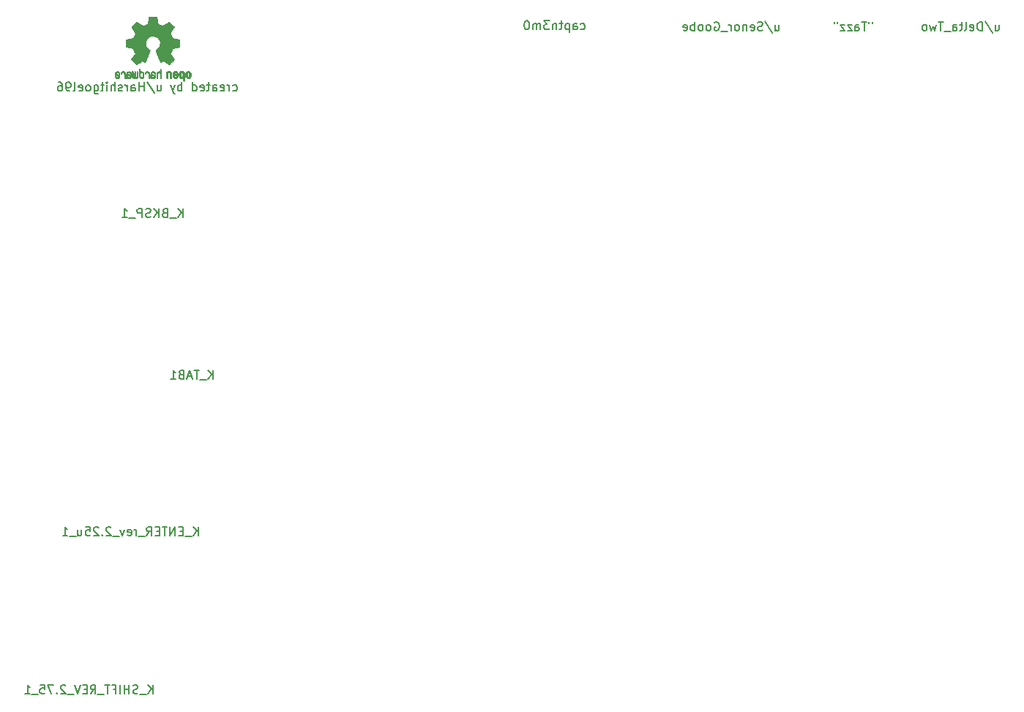
<source format=gbr>
G04 #@! TF.GenerationSoftware,KiCad,Pcbnew,(5.1.5)-3*
G04 #@! TF.CreationDate,2020-03-17T18:41:25+05:30*
G04 #@! TF.ProjectId,ergocape,6572676f-6361-4706-952e-6b696361645f,rev?*
G04 #@! TF.SameCoordinates,Original*
G04 #@! TF.FileFunction,Legend,Bot*
G04 #@! TF.FilePolarity,Positive*
%FSLAX46Y46*%
G04 Gerber Fmt 4.6, Leading zero omitted, Abs format (unit mm)*
G04 Created by KiCad (PCBNEW (5.1.5)-3) date 2020-03-17 18:41:25*
%MOMM*%
%LPD*%
G04 APERTURE LIST*
%ADD10C,0.150000*%
%ADD11C,0.010000*%
G04 APERTURE END LIST*
D10*
X64895761Y-26439761D02*
X64991000Y-26487380D01*
X65181476Y-26487380D01*
X65276714Y-26439761D01*
X65324333Y-26392142D01*
X65371952Y-26296904D01*
X65371952Y-26011190D01*
X65324333Y-25915952D01*
X65276714Y-25868333D01*
X65181476Y-25820714D01*
X64991000Y-25820714D01*
X64895761Y-25868333D01*
X64467190Y-26487380D02*
X64467190Y-25820714D01*
X64467190Y-26011190D02*
X64419571Y-25915952D01*
X64371952Y-25868333D01*
X64276714Y-25820714D01*
X64181476Y-25820714D01*
X63467190Y-26439761D02*
X63562428Y-26487380D01*
X63752904Y-26487380D01*
X63848142Y-26439761D01*
X63895761Y-26344523D01*
X63895761Y-25963571D01*
X63848142Y-25868333D01*
X63752904Y-25820714D01*
X63562428Y-25820714D01*
X63467190Y-25868333D01*
X63419571Y-25963571D01*
X63419571Y-26058809D01*
X63895761Y-26154047D01*
X62562428Y-26487380D02*
X62562428Y-25963571D01*
X62610047Y-25868333D01*
X62705285Y-25820714D01*
X62895761Y-25820714D01*
X62991000Y-25868333D01*
X62562428Y-26439761D02*
X62657666Y-26487380D01*
X62895761Y-26487380D01*
X62991000Y-26439761D01*
X63038619Y-26344523D01*
X63038619Y-26249285D01*
X62991000Y-26154047D01*
X62895761Y-26106428D01*
X62657666Y-26106428D01*
X62562428Y-26058809D01*
X62229095Y-25820714D02*
X61848142Y-25820714D01*
X62086238Y-25487380D02*
X62086238Y-26344523D01*
X62038619Y-26439761D01*
X61943380Y-26487380D01*
X61848142Y-26487380D01*
X61133857Y-26439761D02*
X61229095Y-26487380D01*
X61419571Y-26487380D01*
X61514809Y-26439761D01*
X61562428Y-26344523D01*
X61562428Y-25963571D01*
X61514809Y-25868333D01*
X61419571Y-25820714D01*
X61229095Y-25820714D01*
X61133857Y-25868333D01*
X61086238Y-25963571D01*
X61086238Y-26058809D01*
X61562428Y-26154047D01*
X60229095Y-26487380D02*
X60229095Y-25487380D01*
X60229095Y-26439761D02*
X60324333Y-26487380D01*
X60514809Y-26487380D01*
X60610047Y-26439761D01*
X60657666Y-26392142D01*
X60705285Y-26296904D01*
X60705285Y-26011190D01*
X60657666Y-25915952D01*
X60610047Y-25868333D01*
X60514809Y-25820714D01*
X60324333Y-25820714D01*
X60229095Y-25868333D01*
X58991000Y-26487380D02*
X58991000Y-25487380D01*
X58991000Y-25868333D02*
X58895761Y-25820714D01*
X58705285Y-25820714D01*
X58610047Y-25868333D01*
X58562428Y-25915952D01*
X58514809Y-26011190D01*
X58514809Y-26296904D01*
X58562428Y-26392142D01*
X58610047Y-26439761D01*
X58705285Y-26487380D01*
X58895761Y-26487380D01*
X58991000Y-26439761D01*
X58181476Y-25820714D02*
X57943380Y-26487380D01*
X57705285Y-25820714D02*
X57943380Y-26487380D01*
X58038619Y-26725476D01*
X58086238Y-26773095D01*
X58181476Y-26820714D01*
X56133857Y-25820714D02*
X56133857Y-26487380D01*
X56562428Y-25820714D02*
X56562428Y-26344523D01*
X56514809Y-26439761D01*
X56419571Y-26487380D01*
X56276714Y-26487380D01*
X56181476Y-26439761D01*
X56133857Y-26392142D01*
X54943380Y-25439761D02*
X55800523Y-26725476D01*
X54610047Y-26487380D02*
X54610047Y-25487380D01*
X54610047Y-25963571D02*
X54038619Y-25963571D01*
X54038619Y-26487380D02*
X54038619Y-25487380D01*
X53133857Y-26487380D02*
X53133857Y-25963571D01*
X53181476Y-25868333D01*
X53276714Y-25820714D01*
X53467190Y-25820714D01*
X53562428Y-25868333D01*
X53133857Y-26439761D02*
X53229095Y-26487380D01*
X53467190Y-26487380D01*
X53562428Y-26439761D01*
X53610047Y-26344523D01*
X53610047Y-26249285D01*
X53562428Y-26154047D01*
X53467190Y-26106428D01*
X53229095Y-26106428D01*
X53133857Y-26058809D01*
X52657666Y-26487380D02*
X52657666Y-25820714D01*
X52657666Y-26011190D02*
X52610047Y-25915952D01*
X52562428Y-25868333D01*
X52467190Y-25820714D01*
X52371952Y-25820714D01*
X52086238Y-26439761D02*
X51991000Y-26487380D01*
X51800523Y-26487380D01*
X51705285Y-26439761D01*
X51657666Y-26344523D01*
X51657666Y-26296904D01*
X51705285Y-26201666D01*
X51800523Y-26154047D01*
X51943380Y-26154047D01*
X52038619Y-26106428D01*
X52086238Y-26011190D01*
X52086238Y-25963571D01*
X52038619Y-25868333D01*
X51943380Y-25820714D01*
X51800523Y-25820714D01*
X51705285Y-25868333D01*
X51229095Y-26487380D02*
X51229095Y-25487380D01*
X50800523Y-26487380D02*
X50800523Y-25963571D01*
X50848142Y-25868333D01*
X50943380Y-25820714D01*
X51086238Y-25820714D01*
X51181476Y-25868333D01*
X51229095Y-25915952D01*
X50324333Y-26487380D02*
X50324333Y-25820714D01*
X50324333Y-25487380D02*
X50371952Y-25535000D01*
X50324333Y-25582619D01*
X50276714Y-25535000D01*
X50324333Y-25487380D01*
X50324333Y-25582619D01*
X49991000Y-25820714D02*
X49610047Y-25820714D01*
X49848142Y-25487380D02*
X49848142Y-26344523D01*
X49800523Y-26439761D01*
X49705285Y-26487380D01*
X49610047Y-26487380D01*
X48848142Y-25820714D02*
X48848142Y-26630238D01*
X48895761Y-26725476D01*
X48943380Y-26773095D01*
X49038619Y-26820714D01*
X49181476Y-26820714D01*
X49276714Y-26773095D01*
X48848142Y-26439761D02*
X48943380Y-26487380D01*
X49133857Y-26487380D01*
X49229095Y-26439761D01*
X49276714Y-26392142D01*
X49324333Y-26296904D01*
X49324333Y-26011190D01*
X49276714Y-25915952D01*
X49229095Y-25868333D01*
X49133857Y-25820714D01*
X48943380Y-25820714D01*
X48848142Y-25868333D01*
X48229095Y-26487380D02*
X48324333Y-26439761D01*
X48371952Y-26392142D01*
X48419571Y-26296904D01*
X48419571Y-26011190D01*
X48371952Y-25915952D01*
X48324333Y-25868333D01*
X48229095Y-25820714D01*
X48086238Y-25820714D01*
X47991000Y-25868333D01*
X47943380Y-25915952D01*
X47895761Y-26011190D01*
X47895761Y-26296904D01*
X47943380Y-26392142D01*
X47991000Y-26439761D01*
X48086238Y-26487380D01*
X48229095Y-26487380D01*
X47086238Y-26439761D02*
X47181476Y-26487380D01*
X47371952Y-26487380D01*
X47467190Y-26439761D01*
X47514809Y-26344523D01*
X47514809Y-25963571D01*
X47467190Y-25868333D01*
X47371952Y-25820714D01*
X47181476Y-25820714D01*
X47086238Y-25868333D01*
X47038619Y-25963571D01*
X47038619Y-26058809D01*
X47514809Y-26154047D01*
X46467190Y-26487380D02*
X46562428Y-26439761D01*
X46610047Y-26344523D01*
X46610047Y-25487380D01*
X46038619Y-26487380D02*
X45848142Y-26487380D01*
X45752904Y-26439761D01*
X45705285Y-26392142D01*
X45610047Y-26249285D01*
X45562428Y-26058809D01*
X45562428Y-25677857D01*
X45610047Y-25582619D01*
X45657666Y-25535000D01*
X45752904Y-25487380D01*
X45943380Y-25487380D01*
X46038619Y-25535000D01*
X46086238Y-25582619D01*
X46133857Y-25677857D01*
X46133857Y-25915952D01*
X46086238Y-26011190D01*
X46038619Y-26058809D01*
X45943380Y-26106428D01*
X45752904Y-26106428D01*
X45657666Y-26058809D01*
X45610047Y-26011190D01*
X45562428Y-25915952D01*
X44705285Y-25487380D02*
X44895761Y-25487380D01*
X44991000Y-25535000D01*
X45038619Y-25582619D01*
X45133857Y-25725476D01*
X45181476Y-25915952D01*
X45181476Y-26296904D01*
X45133857Y-26392142D01*
X45086238Y-26439761D01*
X44991000Y-26487380D01*
X44800523Y-26487380D01*
X44705285Y-26439761D01*
X44657666Y-26392142D01*
X44610047Y-26296904D01*
X44610047Y-26058809D01*
X44657666Y-25963571D01*
X44705285Y-25915952D01*
X44800523Y-25868333D01*
X44991000Y-25868333D01*
X45086238Y-25915952D01*
X45133857Y-25963571D01*
X45181476Y-26058809D01*
X105131761Y-19327761D02*
X105227000Y-19375380D01*
X105417476Y-19375380D01*
X105512714Y-19327761D01*
X105560333Y-19280142D01*
X105607952Y-19184904D01*
X105607952Y-18899190D01*
X105560333Y-18803952D01*
X105512714Y-18756333D01*
X105417476Y-18708714D01*
X105227000Y-18708714D01*
X105131761Y-18756333D01*
X104274619Y-19375380D02*
X104274619Y-18851571D01*
X104322238Y-18756333D01*
X104417476Y-18708714D01*
X104607952Y-18708714D01*
X104703190Y-18756333D01*
X104274619Y-19327761D02*
X104369857Y-19375380D01*
X104607952Y-19375380D01*
X104703190Y-19327761D01*
X104750809Y-19232523D01*
X104750809Y-19137285D01*
X104703190Y-19042047D01*
X104607952Y-18994428D01*
X104369857Y-18994428D01*
X104274619Y-18946809D01*
X103798428Y-18708714D02*
X103798428Y-19708714D01*
X103798428Y-18756333D02*
X103703190Y-18708714D01*
X103512714Y-18708714D01*
X103417476Y-18756333D01*
X103369857Y-18803952D01*
X103322238Y-18899190D01*
X103322238Y-19184904D01*
X103369857Y-19280142D01*
X103417476Y-19327761D01*
X103512714Y-19375380D01*
X103703190Y-19375380D01*
X103798428Y-19327761D01*
X103036523Y-18708714D02*
X102655571Y-18708714D01*
X102893666Y-18375380D02*
X102893666Y-19232523D01*
X102846047Y-19327761D01*
X102750809Y-19375380D01*
X102655571Y-19375380D01*
X102322238Y-18708714D02*
X102322238Y-19375380D01*
X102322238Y-18803952D02*
X102274619Y-18756333D01*
X102179380Y-18708714D01*
X102036523Y-18708714D01*
X101941285Y-18756333D01*
X101893666Y-18851571D01*
X101893666Y-19375380D01*
X101512714Y-18375380D02*
X100893666Y-18375380D01*
X101227000Y-18756333D01*
X101084142Y-18756333D01*
X100988904Y-18803952D01*
X100941285Y-18851571D01*
X100893666Y-18946809D01*
X100893666Y-19184904D01*
X100941285Y-19280142D01*
X100988904Y-19327761D01*
X101084142Y-19375380D01*
X101369857Y-19375380D01*
X101465095Y-19327761D01*
X101512714Y-19280142D01*
X100465095Y-19375380D02*
X100465095Y-18708714D01*
X100465095Y-18803952D02*
X100417476Y-18756333D01*
X100322238Y-18708714D01*
X100179380Y-18708714D01*
X100084142Y-18756333D01*
X100036523Y-18851571D01*
X100036523Y-19375380D01*
X100036523Y-18851571D02*
X99988904Y-18756333D01*
X99893666Y-18708714D01*
X99750809Y-18708714D01*
X99655571Y-18756333D01*
X99607952Y-18851571D01*
X99607952Y-19375380D01*
X98941285Y-18375380D02*
X98846047Y-18375380D01*
X98750809Y-18423000D01*
X98703190Y-18470619D01*
X98655571Y-18565857D01*
X98607952Y-18756333D01*
X98607952Y-18994428D01*
X98655571Y-19184904D01*
X98703190Y-19280142D01*
X98750809Y-19327761D01*
X98846047Y-19375380D01*
X98941285Y-19375380D01*
X99036523Y-19327761D01*
X99084142Y-19280142D01*
X99131761Y-19184904D01*
X99179380Y-18994428D01*
X99179380Y-18756333D01*
X99131761Y-18565857D01*
X99084142Y-18470619D01*
X99036523Y-18423000D01*
X98941285Y-18375380D01*
X153074190Y-18835714D02*
X153074190Y-19502380D01*
X153502761Y-18835714D02*
X153502761Y-19359523D01*
X153455142Y-19454761D01*
X153359904Y-19502380D01*
X153217047Y-19502380D01*
X153121809Y-19454761D01*
X153074190Y-19407142D01*
X151883714Y-18454761D02*
X152740857Y-19740476D01*
X151550380Y-19502380D02*
X151550380Y-18502380D01*
X151312285Y-18502380D01*
X151169428Y-18550000D01*
X151074190Y-18645238D01*
X151026571Y-18740476D01*
X150978952Y-18930952D01*
X150978952Y-19073809D01*
X151026571Y-19264285D01*
X151074190Y-19359523D01*
X151169428Y-19454761D01*
X151312285Y-19502380D01*
X151550380Y-19502380D01*
X150169428Y-19454761D02*
X150264666Y-19502380D01*
X150455142Y-19502380D01*
X150550380Y-19454761D01*
X150598000Y-19359523D01*
X150598000Y-18978571D01*
X150550380Y-18883333D01*
X150455142Y-18835714D01*
X150264666Y-18835714D01*
X150169428Y-18883333D01*
X150121809Y-18978571D01*
X150121809Y-19073809D01*
X150598000Y-19169047D01*
X149550380Y-19502380D02*
X149645619Y-19454761D01*
X149693238Y-19359523D01*
X149693238Y-18502380D01*
X149312285Y-18835714D02*
X148931333Y-18835714D01*
X149169428Y-18502380D02*
X149169428Y-19359523D01*
X149121809Y-19454761D01*
X149026571Y-19502380D01*
X148931333Y-19502380D01*
X148169428Y-19502380D02*
X148169428Y-18978571D01*
X148217047Y-18883333D01*
X148312285Y-18835714D01*
X148502761Y-18835714D01*
X148598000Y-18883333D01*
X148169428Y-19454761D02*
X148264666Y-19502380D01*
X148502761Y-19502380D01*
X148598000Y-19454761D01*
X148645619Y-19359523D01*
X148645619Y-19264285D01*
X148598000Y-19169047D01*
X148502761Y-19121428D01*
X148264666Y-19121428D01*
X148169428Y-19073809D01*
X147931333Y-19597619D02*
X147169428Y-19597619D01*
X147074190Y-18502380D02*
X146502761Y-18502380D01*
X146788476Y-19502380D02*
X146788476Y-18502380D01*
X146264666Y-18835714D02*
X146074190Y-19502380D01*
X145883714Y-19026190D01*
X145693238Y-19502380D01*
X145502761Y-18835714D01*
X144978952Y-19502380D02*
X145074190Y-19454761D01*
X145121809Y-19407142D01*
X145169428Y-19311904D01*
X145169428Y-19026190D01*
X145121809Y-18930952D01*
X145074190Y-18883333D01*
X144978952Y-18835714D01*
X144836095Y-18835714D01*
X144740857Y-18883333D01*
X144693238Y-18930952D01*
X144645619Y-19026190D01*
X144645619Y-19311904D01*
X144693238Y-19407142D01*
X144740857Y-19454761D01*
X144836095Y-19502380D01*
X144978952Y-19502380D01*
X138866285Y-18502380D02*
X138866285Y-18692857D01*
X138485333Y-18502380D02*
X138485333Y-18692857D01*
X138199619Y-18502380D02*
X137628190Y-18502380D01*
X137913904Y-19502380D02*
X137913904Y-18502380D01*
X136866285Y-19502380D02*
X136866285Y-18978571D01*
X136913904Y-18883333D01*
X137009142Y-18835714D01*
X137199619Y-18835714D01*
X137294857Y-18883333D01*
X136866285Y-19454761D02*
X136961523Y-19502380D01*
X137199619Y-19502380D01*
X137294857Y-19454761D01*
X137342476Y-19359523D01*
X137342476Y-19264285D01*
X137294857Y-19169047D01*
X137199619Y-19121428D01*
X136961523Y-19121428D01*
X136866285Y-19073809D01*
X136485333Y-18835714D02*
X135961523Y-18835714D01*
X136485333Y-19502380D01*
X135961523Y-19502380D01*
X135675809Y-18835714D02*
X135152000Y-18835714D01*
X135675809Y-19502380D01*
X135152000Y-19502380D01*
X134818666Y-18502380D02*
X134818666Y-18692857D01*
X134437714Y-18502380D02*
X134437714Y-18692857D01*
X127650238Y-18835714D02*
X127650238Y-19502380D01*
X128078809Y-18835714D02*
X128078809Y-19359523D01*
X128031190Y-19454761D01*
X127935952Y-19502380D01*
X127793095Y-19502380D01*
X127697857Y-19454761D01*
X127650238Y-19407142D01*
X126459761Y-18454761D02*
X127316904Y-19740476D01*
X126174047Y-19454761D02*
X126031190Y-19502380D01*
X125793095Y-19502380D01*
X125697857Y-19454761D01*
X125650238Y-19407142D01*
X125602619Y-19311904D01*
X125602619Y-19216666D01*
X125650238Y-19121428D01*
X125697857Y-19073809D01*
X125793095Y-19026190D01*
X125983571Y-18978571D01*
X126078809Y-18930952D01*
X126126428Y-18883333D01*
X126174047Y-18788095D01*
X126174047Y-18692857D01*
X126126428Y-18597619D01*
X126078809Y-18550000D01*
X125983571Y-18502380D01*
X125745476Y-18502380D01*
X125602619Y-18550000D01*
X124793095Y-19454761D02*
X124888333Y-19502380D01*
X125078809Y-19502380D01*
X125174047Y-19454761D01*
X125221666Y-19359523D01*
X125221666Y-18978571D01*
X125174047Y-18883333D01*
X125078809Y-18835714D01*
X124888333Y-18835714D01*
X124793095Y-18883333D01*
X124745476Y-18978571D01*
X124745476Y-19073809D01*
X125221666Y-19169047D01*
X124316904Y-18835714D02*
X124316904Y-19502380D01*
X124316904Y-18930952D02*
X124269285Y-18883333D01*
X124174047Y-18835714D01*
X124031190Y-18835714D01*
X123935952Y-18883333D01*
X123888333Y-18978571D01*
X123888333Y-19502380D01*
X123269285Y-19502380D02*
X123364523Y-19454761D01*
X123412142Y-19407142D01*
X123459761Y-19311904D01*
X123459761Y-19026190D01*
X123412142Y-18930952D01*
X123364523Y-18883333D01*
X123269285Y-18835714D01*
X123126428Y-18835714D01*
X123031190Y-18883333D01*
X122983571Y-18930952D01*
X122935952Y-19026190D01*
X122935952Y-19311904D01*
X122983571Y-19407142D01*
X123031190Y-19454761D01*
X123126428Y-19502380D01*
X123269285Y-19502380D01*
X122507380Y-19502380D02*
X122507380Y-18835714D01*
X122507380Y-19026190D02*
X122459761Y-18930952D01*
X122412142Y-18883333D01*
X122316904Y-18835714D01*
X122221666Y-18835714D01*
X122126428Y-19597619D02*
X121364523Y-19597619D01*
X120602619Y-18550000D02*
X120697857Y-18502380D01*
X120840714Y-18502380D01*
X120983571Y-18550000D01*
X121078809Y-18645238D01*
X121126428Y-18740476D01*
X121174047Y-18930952D01*
X121174047Y-19073809D01*
X121126428Y-19264285D01*
X121078809Y-19359523D01*
X120983571Y-19454761D01*
X120840714Y-19502380D01*
X120745476Y-19502380D01*
X120602619Y-19454761D01*
X120555000Y-19407142D01*
X120555000Y-19073809D01*
X120745476Y-19073809D01*
X119983571Y-19502380D02*
X120078809Y-19454761D01*
X120126428Y-19407142D01*
X120174047Y-19311904D01*
X120174047Y-19026190D01*
X120126428Y-18930952D01*
X120078809Y-18883333D01*
X119983571Y-18835714D01*
X119840714Y-18835714D01*
X119745476Y-18883333D01*
X119697857Y-18930952D01*
X119650238Y-19026190D01*
X119650238Y-19311904D01*
X119697857Y-19407142D01*
X119745476Y-19454761D01*
X119840714Y-19502380D01*
X119983571Y-19502380D01*
X119078809Y-19502380D02*
X119174047Y-19454761D01*
X119221666Y-19407142D01*
X119269285Y-19311904D01*
X119269285Y-19026190D01*
X119221666Y-18930952D01*
X119174047Y-18883333D01*
X119078809Y-18835714D01*
X118935952Y-18835714D01*
X118840714Y-18883333D01*
X118793095Y-18930952D01*
X118745476Y-19026190D01*
X118745476Y-19311904D01*
X118793095Y-19407142D01*
X118840714Y-19454761D01*
X118935952Y-19502380D01*
X119078809Y-19502380D01*
X118316904Y-19502380D02*
X118316904Y-18502380D01*
X118316904Y-18883333D02*
X118221666Y-18835714D01*
X118031190Y-18835714D01*
X117935952Y-18883333D01*
X117888333Y-18930952D01*
X117840714Y-19026190D01*
X117840714Y-19311904D01*
X117888333Y-19407142D01*
X117935952Y-19454761D01*
X118031190Y-19502380D01*
X118221666Y-19502380D01*
X118316904Y-19454761D01*
X117031190Y-19454761D02*
X117126428Y-19502380D01*
X117316904Y-19502380D01*
X117412142Y-19454761D01*
X117459761Y-19359523D01*
X117459761Y-18978571D01*
X117412142Y-18883333D01*
X117316904Y-18835714D01*
X117126428Y-18835714D01*
X117031190Y-18883333D01*
X116983571Y-18978571D01*
X116983571Y-19073809D01*
X117459761Y-19169047D01*
D11*
G36*
X58857114Y-24174505D02*
G01*
X58782461Y-24211727D01*
X58716569Y-24280261D01*
X58698423Y-24305648D01*
X58678655Y-24338866D01*
X58665828Y-24374945D01*
X58658490Y-24423098D01*
X58655187Y-24492536D01*
X58654462Y-24584206D01*
X58657737Y-24709830D01*
X58669123Y-24804154D01*
X58690959Y-24874523D01*
X58725581Y-24928286D01*
X58775330Y-24972788D01*
X58778986Y-24975423D01*
X58828015Y-25002377D01*
X58887055Y-25015712D01*
X58962141Y-25019000D01*
X59084205Y-25019000D01*
X59084256Y-25137497D01*
X59085392Y-25203492D01*
X59092314Y-25242202D01*
X59110402Y-25265419D01*
X59145038Y-25284933D01*
X59153355Y-25288920D01*
X59192280Y-25307603D01*
X59222417Y-25319403D01*
X59244826Y-25320422D01*
X59260567Y-25306761D01*
X59270698Y-25274522D01*
X59276277Y-25219804D01*
X59278365Y-25138711D01*
X59278019Y-25027344D01*
X59276300Y-24881802D01*
X59275763Y-24838269D01*
X59273828Y-24688205D01*
X59272096Y-24590042D01*
X59084308Y-24590042D01*
X59083252Y-24673364D01*
X59078562Y-24727880D01*
X59067949Y-24763837D01*
X59049128Y-24791482D01*
X59036350Y-24804965D01*
X58984110Y-24844417D01*
X58937858Y-24847628D01*
X58890133Y-24815049D01*
X58888923Y-24813846D01*
X58869506Y-24788668D01*
X58857693Y-24754447D01*
X58851735Y-24701748D01*
X58849880Y-24621131D01*
X58849846Y-24603271D01*
X58854330Y-24492175D01*
X58868926Y-24415161D01*
X58895350Y-24368147D01*
X58935317Y-24347050D01*
X58958416Y-24344923D01*
X59013238Y-24354900D01*
X59050842Y-24387752D01*
X59073477Y-24447857D01*
X59083394Y-24539598D01*
X59084308Y-24590042D01*
X59272096Y-24590042D01*
X59271778Y-24572060D01*
X59269127Y-24484679D01*
X59265394Y-24420905D01*
X59260093Y-24375582D01*
X59252742Y-24343555D01*
X59242857Y-24319668D01*
X59229954Y-24298764D01*
X59224421Y-24290898D01*
X59151031Y-24216595D01*
X59058240Y-24174467D01*
X58950904Y-24162722D01*
X58857114Y-24174505D01*
G37*
X58857114Y-24174505D02*
X58782461Y-24211727D01*
X58716569Y-24280261D01*
X58698423Y-24305648D01*
X58678655Y-24338866D01*
X58665828Y-24374945D01*
X58658490Y-24423098D01*
X58655187Y-24492536D01*
X58654462Y-24584206D01*
X58657737Y-24709830D01*
X58669123Y-24804154D01*
X58690959Y-24874523D01*
X58725581Y-24928286D01*
X58775330Y-24972788D01*
X58778986Y-24975423D01*
X58828015Y-25002377D01*
X58887055Y-25015712D01*
X58962141Y-25019000D01*
X59084205Y-25019000D01*
X59084256Y-25137497D01*
X59085392Y-25203492D01*
X59092314Y-25242202D01*
X59110402Y-25265419D01*
X59145038Y-25284933D01*
X59153355Y-25288920D01*
X59192280Y-25307603D01*
X59222417Y-25319403D01*
X59244826Y-25320422D01*
X59260567Y-25306761D01*
X59270698Y-25274522D01*
X59276277Y-25219804D01*
X59278365Y-25138711D01*
X59278019Y-25027344D01*
X59276300Y-24881802D01*
X59275763Y-24838269D01*
X59273828Y-24688205D01*
X59272096Y-24590042D01*
X59084308Y-24590042D01*
X59083252Y-24673364D01*
X59078562Y-24727880D01*
X59067949Y-24763837D01*
X59049128Y-24791482D01*
X59036350Y-24804965D01*
X58984110Y-24844417D01*
X58937858Y-24847628D01*
X58890133Y-24815049D01*
X58888923Y-24813846D01*
X58869506Y-24788668D01*
X58857693Y-24754447D01*
X58851735Y-24701748D01*
X58849880Y-24621131D01*
X58849846Y-24603271D01*
X58854330Y-24492175D01*
X58868926Y-24415161D01*
X58895350Y-24368147D01*
X58935317Y-24347050D01*
X58958416Y-24344923D01*
X59013238Y-24354900D01*
X59050842Y-24387752D01*
X59073477Y-24447857D01*
X59083394Y-24539598D01*
X59084308Y-24590042D01*
X59272096Y-24590042D01*
X59271778Y-24572060D01*
X59269127Y-24484679D01*
X59265394Y-24420905D01*
X59260093Y-24375582D01*
X59252742Y-24343555D01*
X59242857Y-24319668D01*
X59229954Y-24298764D01*
X59224421Y-24290898D01*
X59151031Y-24216595D01*
X59058240Y-24174467D01*
X58950904Y-24162722D01*
X58857114Y-24174505D01*
G36*
X57354336Y-24185089D02*
G01*
X57291633Y-24221358D01*
X57248039Y-24257358D01*
X57216155Y-24295075D01*
X57194190Y-24341199D01*
X57180351Y-24402421D01*
X57172847Y-24485431D01*
X57169883Y-24596919D01*
X57169539Y-24677062D01*
X57169539Y-24972065D01*
X57335615Y-25046515D01*
X57345385Y-24723402D01*
X57349421Y-24602729D01*
X57353656Y-24515141D01*
X57358903Y-24454650D01*
X57365975Y-24415268D01*
X57375689Y-24391007D01*
X57388856Y-24375880D01*
X57393081Y-24372606D01*
X57457091Y-24347034D01*
X57521792Y-24357153D01*
X57560308Y-24384000D01*
X57575975Y-24403024D01*
X57586820Y-24427988D01*
X57593712Y-24465834D01*
X57597521Y-24523502D01*
X57599117Y-24607935D01*
X57599385Y-24695928D01*
X57599437Y-24806323D01*
X57601328Y-24884463D01*
X57607655Y-24937165D01*
X57621017Y-24971242D01*
X57644015Y-24993511D01*
X57679246Y-25010787D01*
X57726303Y-25028738D01*
X57777697Y-25048278D01*
X57771579Y-24701485D01*
X57769116Y-24576468D01*
X57766233Y-24484082D01*
X57762102Y-24417881D01*
X57755893Y-24371420D01*
X57746774Y-24338256D01*
X57733917Y-24311944D01*
X57718416Y-24288729D01*
X57643629Y-24214569D01*
X57552372Y-24171684D01*
X57453117Y-24161412D01*
X57354336Y-24185089D01*
G37*
X57354336Y-24185089D02*
X57291633Y-24221358D01*
X57248039Y-24257358D01*
X57216155Y-24295075D01*
X57194190Y-24341199D01*
X57180351Y-24402421D01*
X57172847Y-24485431D01*
X57169883Y-24596919D01*
X57169539Y-24677062D01*
X57169539Y-24972065D01*
X57335615Y-25046515D01*
X57345385Y-24723402D01*
X57349421Y-24602729D01*
X57353656Y-24515141D01*
X57358903Y-24454650D01*
X57365975Y-24415268D01*
X57375689Y-24391007D01*
X57388856Y-24375880D01*
X57393081Y-24372606D01*
X57457091Y-24347034D01*
X57521792Y-24357153D01*
X57560308Y-24384000D01*
X57575975Y-24403024D01*
X57586820Y-24427988D01*
X57593712Y-24465834D01*
X57597521Y-24523502D01*
X57599117Y-24607935D01*
X57599385Y-24695928D01*
X57599437Y-24806323D01*
X57601328Y-24884463D01*
X57607655Y-24937165D01*
X57621017Y-24971242D01*
X57644015Y-24993511D01*
X57679246Y-25010787D01*
X57726303Y-25028738D01*
X57777697Y-25048278D01*
X57771579Y-24701485D01*
X57769116Y-24576468D01*
X57766233Y-24484082D01*
X57762102Y-24417881D01*
X57755893Y-24371420D01*
X57746774Y-24338256D01*
X57733917Y-24311944D01*
X57718416Y-24288729D01*
X57643629Y-24214569D01*
X57552372Y-24171684D01*
X57453117Y-24161412D01*
X57354336Y-24185089D01*
G36*
X59609114Y-24177256D02*
G01*
X59517536Y-24225409D01*
X59449951Y-24302905D01*
X59425943Y-24352727D01*
X59407262Y-24427533D01*
X59397699Y-24522052D01*
X59396792Y-24625210D01*
X59404079Y-24725935D01*
X59419097Y-24813153D01*
X59441385Y-24875791D01*
X59448235Y-24886579D01*
X59529368Y-24967105D01*
X59625734Y-25015336D01*
X59730299Y-25029450D01*
X59836032Y-25007629D01*
X59865457Y-24994547D01*
X59922759Y-24954231D01*
X59973050Y-24900775D01*
X59977803Y-24893995D01*
X59997122Y-24861321D01*
X60009892Y-24826394D01*
X60017436Y-24780414D01*
X60021076Y-24714584D01*
X60022135Y-24620105D01*
X60022154Y-24598923D01*
X60022106Y-24592182D01*
X59826769Y-24592182D01*
X59825632Y-24681349D01*
X59821159Y-24740520D01*
X59811754Y-24778741D01*
X59795824Y-24805053D01*
X59787692Y-24813846D01*
X59740942Y-24847261D01*
X59695553Y-24845737D01*
X59649660Y-24816752D01*
X59622288Y-24785809D01*
X59606077Y-24740643D01*
X59596974Y-24669420D01*
X59596349Y-24661114D01*
X59594796Y-24532037D01*
X59611035Y-24436172D01*
X59644848Y-24374107D01*
X59696016Y-24346432D01*
X59714280Y-24344923D01*
X59762240Y-24352513D01*
X59795047Y-24378808D01*
X59815105Y-24429095D01*
X59824822Y-24508664D01*
X59826769Y-24592182D01*
X60022106Y-24592182D01*
X60021426Y-24498249D01*
X60018371Y-24427906D01*
X60011678Y-24379163D01*
X60000040Y-24343288D01*
X59982147Y-24311548D01*
X59978192Y-24305648D01*
X59911733Y-24226104D01*
X59839315Y-24179929D01*
X59751151Y-24161599D01*
X59721213Y-24160703D01*
X59609114Y-24177256D01*
G37*
X59609114Y-24177256D02*
X59517536Y-24225409D01*
X59449951Y-24302905D01*
X59425943Y-24352727D01*
X59407262Y-24427533D01*
X59397699Y-24522052D01*
X59396792Y-24625210D01*
X59404079Y-24725935D01*
X59419097Y-24813153D01*
X59441385Y-24875791D01*
X59448235Y-24886579D01*
X59529368Y-24967105D01*
X59625734Y-25015336D01*
X59730299Y-25029450D01*
X59836032Y-25007629D01*
X59865457Y-24994547D01*
X59922759Y-24954231D01*
X59973050Y-24900775D01*
X59977803Y-24893995D01*
X59997122Y-24861321D01*
X60009892Y-24826394D01*
X60017436Y-24780414D01*
X60021076Y-24714584D01*
X60022135Y-24620105D01*
X60022154Y-24598923D01*
X60022106Y-24592182D01*
X59826769Y-24592182D01*
X59825632Y-24681349D01*
X59821159Y-24740520D01*
X59811754Y-24778741D01*
X59795824Y-24805053D01*
X59787692Y-24813846D01*
X59740942Y-24847261D01*
X59695553Y-24845737D01*
X59649660Y-24816752D01*
X59622288Y-24785809D01*
X59606077Y-24740643D01*
X59596974Y-24669420D01*
X59596349Y-24661114D01*
X59594796Y-24532037D01*
X59611035Y-24436172D01*
X59644848Y-24374107D01*
X59696016Y-24346432D01*
X59714280Y-24344923D01*
X59762240Y-24352513D01*
X59795047Y-24378808D01*
X59815105Y-24429095D01*
X59824822Y-24508664D01*
X59826769Y-24592182D01*
X60022106Y-24592182D01*
X60021426Y-24498249D01*
X60018371Y-24427906D01*
X60011678Y-24379163D01*
X60000040Y-24343288D01*
X59982147Y-24311548D01*
X59978192Y-24305648D01*
X59911733Y-24226104D01*
X59839315Y-24179929D01*
X59751151Y-24161599D01*
X59721213Y-24160703D01*
X59609114Y-24177256D01*
G36*
X58091746Y-24189745D02*
G01*
X58014714Y-24241567D01*
X57955184Y-24316412D01*
X57919622Y-24411654D01*
X57912429Y-24481756D01*
X57913246Y-24511009D01*
X57920086Y-24533407D01*
X57938888Y-24553474D01*
X57975592Y-24575733D01*
X58036138Y-24604709D01*
X58126466Y-24644927D01*
X58126923Y-24645129D01*
X58210067Y-24683210D01*
X58278247Y-24717025D01*
X58324495Y-24742933D01*
X58341842Y-24757295D01*
X58341846Y-24757411D01*
X58326557Y-24788685D01*
X58290804Y-24823157D01*
X58249758Y-24847990D01*
X58228963Y-24852923D01*
X58172230Y-24835862D01*
X58123373Y-24793133D01*
X58099535Y-24746155D01*
X58076603Y-24711522D01*
X58031682Y-24672081D01*
X57978877Y-24638009D01*
X57932290Y-24619480D01*
X57922548Y-24618462D01*
X57911582Y-24635215D01*
X57910921Y-24678039D01*
X57918980Y-24735781D01*
X57934173Y-24797289D01*
X57954914Y-24851409D01*
X57955962Y-24853510D01*
X58018379Y-24940660D01*
X58099274Y-24999939D01*
X58191144Y-25029034D01*
X58286487Y-25025634D01*
X58377802Y-24987428D01*
X58381862Y-24984741D01*
X58453694Y-24919642D01*
X58500927Y-24834705D01*
X58527066Y-24723021D01*
X58530574Y-24691643D01*
X58536787Y-24543536D01*
X58529339Y-24474468D01*
X58341846Y-24474468D01*
X58339410Y-24517552D01*
X58326086Y-24530126D01*
X58292868Y-24520719D01*
X58240506Y-24498483D01*
X58181976Y-24470610D01*
X58180521Y-24469872D01*
X58130911Y-24443777D01*
X58111000Y-24426363D01*
X58115910Y-24408107D01*
X58136584Y-24384120D01*
X58189181Y-24349406D01*
X58245823Y-24346856D01*
X58296631Y-24372119D01*
X58331724Y-24420847D01*
X58341846Y-24474468D01*
X58529339Y-24474468D01*
X58524008Y-24425036D01*
X58491222Y-24331055D01*
X58445579Y-24265215D01*
X58363198Y-24198681D01*
X58272454Y-24165676D01*
X58179815Y-24163573D01*
X58091746Y-24189745D01*
G37*
X58091746Y-24189745D02*
X58014714Y-24241567D01*
X57955184Y-24316412D01*
X57919622Y-24411654D01*
X57912429Y-24481756D01*
X57913246Y-24511009D01*
X57920086Y-24533407D01*
X57938888Y-24553474D01*
X57975592Y-24575733D01*
X58036138Y-24604709D01*
X58126466Y-24644927D01*
X58126923Y-24645129D01*
X58210067Y-24683210D01*
X58278247Y-24717025D01*
X58324495Y-24742933D01*
X58341842Y-24757295D01*
X58341846Y-24757411D01*
X58326557Y-24788685D01*
X58290804Y-24823157D01*
X58249758Y-24847990D01*
X58228963Y-24852923D01*
X58172230Y-24835862D01*
X58123373Y-24793133D01*
X58099535Y-24746155D01*
X58076603Y-24711522D01*
X58031682Y-24672081D01*
X57978877Y-24638009D01*
X57932290Y-24619480D01*
X57922548Y-24618462D01*
X57911582Y-24635215D01*
X57910921Y-24678039D01*
X57918980Y-24735781D01*
X57934173Y-24797289D01*
X57954914Y-24851409D01*
X57955962Y-24853510D01*
X58018379Y-24940660D01*
X58099274Y-24999939D01*
X58191144Y-25029034D01*
X58286487Y-25025634D01*
X58377802Y-24987428D01*
X58381862Y-24984741D01*
X58453694Y-24919642D01*
X58500927Y-24834705D01*
X58527066Y-24723021D01*
X58530574Y-24691643D01*
X58536787Y-24543536D01*
X58529339Y-24474468D01*
X58341846Y-24474468D01*
X58339410Y-24517552D01*
X58326086Y-24530126D01*
X58292868Y-24520719D01*
X58240506Y-24498483D01*
X58181976Y-24470610D01*
X58180521Y-24469872D01*
X58130911Y-24443777D01*
X58111000Y-24426363D01*
X58115910Y-24408107D01*
X58136584Y-24384120D01*
X58189181Y-24349406D01*
X58245823Y-24346856D01*
X58296631Y-24372119D01*
X58331724Y-24420847D01*
X58341846Y-24474468D01*
X58529339Y-24474468D01*
X58524008Y-24425036D01*
X58491222Y-24331055D01*
X58445579Y-24265215D01*
X58363198Y-24198681D01*
X58272454Y-24165676D01*
X58179815Y-24163573D01*
X58091746Y-24189745D01*
G36*
X56466154Y-24082120D02*
G01*
X56460428Y-24161980D01*
X56453851Y-24209039D01*
X56444738Y-24229566D01*
X56431402Y-24229829D01*
X56427077Y-24227378D01*
X56369556Y-24209636D01*
X56294732Y-24210672D01*
X56218661Y-24228910D01*
X56171082Y-24252505D01*
X56122298Y-24290198D01*
X56086636Y-24332855D01*
X56062155Y-24387057D01*
X56046913Y-24459384D01*
X56038970Y-24556419D01*
X56036384Y-24684742D01*
X56036338Y-24709358D01*
X56036308Y-24985870D01*
X56097839Y-25007320D01*
X56141541Y-25021912D01*
X56165518Y-25028706D01*
X56166223Y-25028769D01*
X56168585Y-25010345D01*
X56170594Y-24959526D01*
X56172099Y-24882993D01*
X56172947Y-24787430D01*
X56173077Y-24729329D01*
X56173349Y-24614771D01*
X56174748Y-24532667D01*
X56178151Y-24476393D01*
X56184433Y-24439326D01*
X56194471Y-24414844D01*
X56209139Y-24396325D01*
X56218298Y-24387406D01*
X56281211Y-24351466D01*
X56349864Y-24348775D01*
X56412152Y-24379170D01*
X56423671Y-24390144D01*
X56440567Y-24410779D01*
X56452286Y-24435256D01*
X56459767Y-24470647D01*
X56463946Y-24524026D01*
X56465763Y-24602466D01*
X56466154Y-24710617D01*
X56466154Y-24985870D01*
X56527685Y-25007320D01*
X56571387Y-25021912D01*
X56595364Y-25028706D01*
X56596070Y-25028769D01*
X56597874Y-25010069D01*
X56599500Y-24957322D01*
X56600883Y-24875557D01*
X56601958Y-24769805D01*
X56602660Y-24645094D01*
X56602923Y-24506455D01*
X56602923Y-23971806D01*
X56475923Y-23918236D01*
X56466154Y-24082120D01*
G37*
X56466154Y-24082120D02*
X56460428Y-24161980D01*
X56453851Y-24209039D01*
X56444738Y-24229566D01*
X56431402Y-24229829D01*
X56427077Y-24227378D01*
X56369556Y-24209636D01*
X56294732Y-24210672D01*
X56218661Y-24228910D01*
X56171082Y-24252505D01*
X56122298Y-24290198D01*
X56086636Y-24332855D01*
X56062155Y-24387057D01*
X56046913Y-24459384D01*
X56038970Y-24556419D01*
X56036384Y-24684742D01*
X56036338Y-24709358D01*
X56036308Y-24985870D01*
X56097839Y-25007320D01*
X56141541Y-25021912D01*
X56165518Y-25028706D01*
X56166223Y-25028769D01*
X56168585Y-25010345D01*
X56170594Y-24959526D01*
X56172099Y-24882993D01*
X56172947Y-24787430D01*
X56173077Y-24729329D01*
X56173349Y-24614771D01*
X56174748Y-24532667D01*
X56178151Y-24476393D01*
X56184433Y-24439326D01*
X56194471Y-24414844D01*
X56209139Y-24396325D01*
X56218298Y-24387406D01*
X56281211Y-24351466D01*
X56349864Y-24348775D01*
X56412152Y-24379170D01*
X56423671Y-24390144D01*
X56440567Y-24410779D01*
X56452286Y-24435256D01*
X56459767Y-24470647D01*
X56463946Y-24524026D01*
X56465763Y-24602466D01*
X56466154Y-24710617D01*
X56466154Y-24985870D01*
X56527685Y-25007320D01*
X56571387Y-25021912D01*
X56595364Y-25028706D01*
X56596070Y-25028769D01*
X56597874Y-25010069D01*
X56599500Y-24957322D01*
X56600883Y-24875557D01*
X56601958Y-24769805D01*
X56602660Y-24645094D01*
X56602923Y-24506455D01*
X56602923Y-23971806D01*
X56475923Y-23918236D01*
X56466154Y-24082120D01*
G36*
X55572499Y-24216303D02*
G01*
X55495940Y-24244733D01*
X55495064Y-24245279D01*
X55447715Y-24280127D01*
X55412759Y-24320852D01*
X55388175Y-24373925D01*
X55371938Y-24445814D01*
X55362025Y-24542992D01*
X55356414Y-24671928D01*
X55355923Y-24690298D01*
X55348859Y-24967287D01*
X55408305Y-24998028D01*
X55451319Y-25018802D01*
X55477290Y-25028646D01*
X55478491Y-25028769D01*
X55482986Y-25010606D01*
X55486556Y-24961612D01*
X55488752Y-24890031D01*
X55489231Y-24832068D01*
X55489242Y-24738170D01*
X55493534Y-24679203D01*
X55508497Y-24651079D01*
X55540518Y-24649706D01*
X55595986Y-24670998D01*
X55679731Y-24710136D01*
X55741311Y-24742643D01*
X55772983Y-24770845D01*
X55782294Y-24801582D01*
X55782308Y-24803104D01*
X55766943Y-24856054D01*
X55721453Y-24884660D01*
X55651834Y-24888803D01*
X55601687Y-24888084D01*
X55575246Y-24902527D01*
X55558757Y-24937218D01*
X55549267Y-24981416D01*
X55562943Y-25006493D01*
X55568093Y-25010082D01*
X55616575Y-25024496D01*
X55684469Y-25026537D01*
X55754388Y-25016983D01*
X55803932Y-24999522D01*
X55872430Y-24941364D01*
X55911366Y-24860408D01*
X55919077Y-24797160D01*
X55913193Y-24740111D01*
X55891899Y-24693542D01*
X55849735Y-24652181D01*
X55781241Y-24610755D01*
X55680956Y-24563993D01*
X55674846Y-24561350D01*
X55584510Y-24519617D01*
X55528765Y-24485391D01*
X55504871Y-24454635D01*
X55510087Y-24423311D01*
X55541672Y-24387383D01*
X55551117Y-24379116D01*
X55614383Y-24347058D01*
X55679936Y-24348407D01*
X55737028Y-24379838D01*
X55774907Y-24438024D01*
X55778426Y-24449446D01*
X55812700Y-24504837D01*
X55856191Y-24531518D01*
X55919077Y-24557960D01*
X55919077Y-24489548D01*
X55899948Y-24390110D01*
X55843169Y-24298902D01*
X55813622Y-24268389D01*
X55746458Y-24229228D01*
X55661044Y-24211500D01*
X55572499Y-24216303D01*
G37*
X55572499Y-24216303D02*
X55495940Y-24244733D01*
X55495064Y-24245279D01*
X55447715Y-24280127D01*
X55412759Y-24320852D01*
X55388175Y-24373925D01*
X55371938Y-24445814D01*
X55362025Y-24542992D01*
X55356414Y-24671928D01*
X55355923Y-24690298D01*
X55348859Y-24967287D01*
X55408305Y-24998028D01*
X55451319Y-25018802D01*
X55477290Y-25028646D01*
X55478491Y-25028769D01*
X55482986Y-25010606D01*
X55486556Y-24961612D01*
X55488752Y-24890031D01*
X55489231Y-24832068D01*
X55489242Y-24738170D01*
X55493534Y-24679203D01*
X55508497Y-24651079D01*
X55540518Y-24649706D01*
X55595986Y-24670998D01*
X55679731Y-24710136D01*
X55741311Y-24742643D01*
X55772983Y-24770845D01*
X55782294Y-24801582D01*
X55782308Y-24803104D01*
X55766943Y-24856054D01*
X55721453Y-24884660D01*
X55651834Y-24888803D01*
X55601687Y-24888084D01*
X55575246Y-24902527D01*
X55558757Y-24937218D01*
X55549267Y-24981416D01*
X55562943Y-25006493D01*
X55568093Y-25010082D01*
X55616575Y-25024496D01*
X55684469Y-25026537D01*
X55754388Y-25016983D01*
X55803932Y-24999522D01*
X55872430Y-24941364D01*
X55911366Y-24860408D01*
X55919077Y-24797160D01*
X55913193Y-24740111D01*
X55891899Y-24693542D01*
X55849735Y-24652181D01*
X55781241Y-24610755D01*
X55680956Y-24563993D01*
X55674846Y-24561350D01*
X55584510Y-24519617D01*
X55528765Y-24485391D01*
X55504871Y-24454635D01*
X55510087Y-24423311D01*
X55541672Y-24387383D01*
X55551117Y-24379116D01*
X55614383Y-24347058D01*
X55679936Y-24348407D01*
X55737028Y-24379838D01*
X55774907Y-24438024D01*
X55778426Y-24449446D01*
X55812700Y-24504837D01*
X55856191Y-24531518D01*
X55919077Y-24557960D01*
X55919077Y-24489548D01*
X55899948Y-24390110D01*
X55843169Y-24298902D01*
X55813622Y-24268389D01*
X55746458Y-24229228D01*
X55661044Y-24211500D01*
X55572499Y-24216303D01*
G36*
X54912638Y-24214670D02*
G01*
X54823883Y-24247421D01*
X54751978Y-24305350D01*
X54723856Y-24346128D01*
X54693198Y-24420954D01*
X54693835Y-24475058D01*
X54726013Y-24511446D01*
X54737919Y-24517633D01*
X54789325Y-24536925D01*
X54815578Y-24531982D01*
X54824470Y-24499587D01*
X54824923Y-24481692D01*
X54841203Y-24415859D01*
X54883635Y-24369807D01*
X54942612Y-24347564D01*
X55008525Y-24353161D01*
X55062105Y-24382229D01*
X55080202Y-24398810D01*
X55093029Y-24418925D01*
X55101694Y-24449332D01*
X55107304Y-24496788D01*
X55110965Y-24568050D01*
X55113785Y-24669875D01*
X55114516Y-24702115D01*
X55117180Y-24812410D01*
X55120208Y-24890036D01*
X55124750Y-24941396D01*
X55131954Y-24972890D01*
X55142967Y-24990920D01*
X55158940Y-25001888D01*
X55169166Y-25006733D01*
X55212594Y-25023301D01*
X55238158Y-25028769D01*
X55246605Y-25010507D01*
X55251761Y-24955296D01*
X55253654Y-24862499D01*
X55252311Y-24731478D01*
X55251893Y-24711269D01*
X55248942Y-24591733D01*
X55245452Y-24504449D01*
X55240486Y-24442591D01*
X55233107Y-24399336D01*
X55222376Y-24367860D01*
X55207355Y-24341339D01*
X55199498Y-24329975D01*
X55154447Y-24279692D01*
X55104060Y-24240581D01*
X55097892Y-24237167D01*
X55007542Y-24210212D01*
X54912638Y-24214670D01*
G37*
X54912638Y-24214670D02*
X54823883Y-24247421D01*
X54751978Y-24305350D01*
X54723856Y-24346128D01*
X54693198Y-24420954D01*
X54693835Y-24475058D01*
X54726013Y-24511446D01*
X54737919Y-24517633D01*
X54789325Y-24536925D01*
X54815578Y-24531982D01*
X54824470Y-24499587D01*
X54824923Y-24481692D01*
X54841203Y-24415859D01*
X54883635Y-24369807D01*
X54942612Y-24347564D01*
X55008525Y-24353161D01*
X55062105Y-24382229D01*
X55080202Y-24398810D01*
X55093029Y-24418925D01*
X55101694Y-24449332D01*
X55107304Y-24496788D01*
X55110965Y-24568050D01*
X55113785Y-24669875D01*
X55114516Y-24702115D01*
X55117180Y-24812410D01*
X55120208Y-24890036D01*
X55124750Y-24941396D01*
X55131954Y-24972890D01*
X55142967Y-24990920D01*
X55158940Y-25001888D01*
X55169166Y-25006733D01*
X55212594Y-25023301D01*
X55238158Y-25028769D01*
X55246605Y-25010507D01*
X55251761Y-24955296D01*
X55253654Y-24862499D01*
X55252311Y-24731478D01*
X55251893Y-24711269D01*
X55248942Y-24591733D01*
X55245452Y-24504449D01*
X55240486Y-24442591D01*
X55233107Y-24399336D01*
X55222376Y-24367860D01*
X55207355Y-24341339D01*
X55199498Y-24329975D01*
X55154447Y-24279692D01*
X55104060Y-24240581D01*
X55097892Y-24237167D01*
X55007542Y-24210212D01*
X54912638Y-24214670D01*
G36*
X54023919Y-24370289D02*
G01*
X54024167Y-24516320D01*
X54025128Y-24628655D01*
X54027206Y-24712678D01*
X54030807Y-24773769D01*
X54036335Y-24817309D01*
X54044196Y-24848679D01*
X54054793Y-24873262D01*
X54062818Y-24887294D01*
X54129272Y-24963388D01*
X54213530Y-25011084D01*
X54306751Y-25028199D01*
X54400100Y-25012546D01*
X54455688Y-24984418D01*
X54514043Y-24935760D01*
X54553814Y-24876333D01*
X54577810Y-24798507D01*
X54588839Y-24694652D01*
X54590401Y-24618462D01*
X54590191Y-24612986D01*
X54453692Y-24612986D01*
X54452859Y-24700355D01*
X54449039Y-24758192D01*
X54440254Y-24796029D01*
X54424526Y-24823398D01*
X54405734Y-24844042D01*
X54342625Y-24883890D01*
X54274863Y-24887295D01*
X54210821Y-24854025D01*
X54205836Y-24849517D01*
X54184561Y-24826067D01*
X54171221Y-24798166D01*
X54163999Y-24756641D01*
X54161077Y-24692316D01*
X54160615Y-24621200D01*
X54161617Y-24531858D01*
X54165762Y-24472258D01*
X54174764Y-24433089D01*
X54190333Y-24405040D01*
X54203098Y-24390144D01*
X54262400Y-24352575D01*
X54330699Y-24348057D01*
X54395890Y-24376753D01*
X54408472Y-24387406D01*
X54429889Y-24411063D01*
X54443256Y-24439251D01*
X54450434Y-24481245D01*
X54453281Y-24546319D01*
X54453692Y-24612986D01*
X54590191Y-24612986D01*
X54585678Y-24495765D01*
X54569638Y-24403577D01*
X54539472Y-24334269D01*
X54492371Y-24280211D01*
X54455688Y-24252505D01*
X54389010Y-24222572D01*
X54311728Y-24208678D01*
X54239890Y-24212397D01*
X54199692Y-24227400D01*
X54183918Y-24231670D01*
X54173450Y-24215750D01*
X54166144Y-24173089D01*
X54160615Y-24108106D01*
X54154563Y-24035732D01*
X54146156Y-23992187D01*
X54130859Y-23967287D01*
X54104136Y-23950845D01*
X54087346Y-23943564D01*
X54023846Y-23916963D01*
X54023919Y-24370289D01*
G37*
X54023919Y-24370289D02*
X54024167Y-24516320D01*
X54025128Y-24628655D01*
X54027206Y-24712678D01*
X54030807Y-24773769D01*
X54036335Y-24817309D01*
X54044196Y-24848679D01*
X54054793Y-24873262D01*
X54062818Y-24887294D01*
X54129272Y-24963388D01*
X54213530Y-25011084D01*
X54306751Y-25028199D01*
X54400100Y-25012546D01*
X54455688Y-24984418D01*
X54514043Y-24935760D01*
X54553814Y-24876333D01*
X54577810Y-24798507D01*
X54588839Y-24694652D01*
X54590401Y-24618462D01*
X54590191Y-24612986D01*
X54453692Y-24612986D01*
X54452859Y-24700355D01*
X54449039Y-24758192D01*
X54440254Y-24796029D01*
X54424526Y-24823398D01*
X54405734Y-24844042D01*
X54342625Y-24883890D01*
X54274863Y-24887295D01*
X54210821Y-24854025D01*
X54205836Y-24849517D01*
X54184561Y-24826067D01*
X54171221Y-24798166D01*
X54163999Y-24756641D01*
X54161077Y-24692316D01*
X54160615Y-24621200D01*
X54161617Y-24531858D01*
X54165762Y-24472258D01*
X54174764Y-24433089D01*
X54190333Y-24405040D01*
X54203098Y-24390144D01*
X54262400Y-24352575D01*
X54330699Y-24348057D01*
X54395890Y-24376753D01*
X54408472Y-24387406D01*
X54429889Y-24411063D01*
X54443256Y-24439251D01*
X54450434Y-24481245D01*
X54453281Y-24546319D01*
X54453692Y-24612986D01*
X54590191Y-24612986D01*
X54585678Y-24495765D01*
X54569638Y-24403577D01*
X54539472Y-24334269D01*
X54492371Y-24280211D01*
X54455688Y-24252505D01*
X54389010Y-24222572D01*
X54311728Y-24208678D01*
X54239890Y-24212397D01*
X54199692Y-24227400D01*
X54183918Y-24231670D01*
X54173450Y-24215750D01*
X54166144Y-24173089D01*
X54160615Y-24108106D01*
X54154563Y-24035732D01*
X54146156Y-23992187D01*
X54130859Y-23967287D01*
X54104136Y-23950845D01*
X54087346Y-23943564D01*
X54023846Y-23916963D01*
X54023919Y-24370289D01*
G36*
X53230071Y-24226662D02*
G01*
X53227089Y-24278068D01*
X53224753Y-24356192D01*
X53223251Y-24454857D01*
X53222769Y-24558343D01*
X53222769Y-24908533D01*
X53284599Y-24970363D01*
X53327207Y-25008462D01*
X53364610Y-25023895D01*
X53415730Y-25022918D01*
X53436022Y-25020433D01*
X53499446Y-25013200D01*
X53551905Y-25009055D01*
X53564692Y-25008672D01*
X53607801Y-25011176D01*
X53669456Y-25017462D01*
X53693362Y-25020433D01*
X53752078Y-25025028D01*
X53791536Y-25015046D01*
X53830662Y-24984228D01*
X53844785Y-24970363D01*
X53906615Y-24908533D01*
X53906615Y-24253503D01*
X53856850Y-24230829D01*
X53813998Y-24214034D01*
X53788927Y-24208154D01*
X53782499Y-24226736D01*
X53776491Y-24278655D01*
X53771303Y-24358172D01*
X53767336Y-24459546D01*
X53765423Y-24545192D01*
X53760077Y-24882231D01*
X53713440Y-24888825D01*
X53671024Y-24884214D01*
X53650240Y-24869287D01*
X53644430Y-24841377D01*
X53639470Y-24781925D01*
X53635754Y-24698466D01*
X53633676Y-24598532D01*
X53633376Y-24547104D01*
X53633077Y-24251054D01*
X53571546Y-24229604D01*
X53527996Y-24215020D01*
X53504306Y-24208219D01*
X53503623Y-24208154D01*
X53501246Y-24226642D01*
X53498634Y-24277906D01*
X53496005Y-24355649D01*
X53493579Y-24453574D01*
X53491885Y-24545192D01*
X53486539Y-24882231D01*
X53369308Y-24882231D01*
X53363928Y-24574746D01*
X53358549Y-24267261D01*
X53301399Y-24237707D01*
X53259203Y-24217413D01*
X53234230Y-24208204D01*
X53233509Y-24208154D01*
X53230071Y-24226662D01*
G37*
X53230071Y-24226662D02*
X53227089Y-24278068D01*
X53224753Y-24356192D01*
X53223251Y-24454857D01*
X53222769Y-24558343D01*
X53222769Y-24908533D01*
X53284599Y-24970363D01*
X53327207Y-25008462D01*
X53364610Y-25023895D01*
X53415730Y-25022918D01*
X53436022Y-25020433D01*
X53499446Y-25013200D01*
X53551905Y-25009055D01*
X53564692Y-25008672D01*
X53607801Y-25011176D01*
X53669456Y-25017462D01*
X53693362Y-25020433D01*
X53752078Y-25025028D01*
X53791536Y-25015046D01*
X53830662Y-24984228D01*
X53844785Y-24970363D01*
X53906615Y-24908533D01*
X53906615Y-24253503D01*
X53856850Y-24230829D01*
X53813998Y-24214034D01*
X53788927Y-24208154D01*
X53782499Y-24226736D01*
X53776491Y-24278655D01*
X53771303Y-24358172D01*
X53767336Y-24459546D01*
X53765423Y-24545192D01*
X53760077Y-24882231D01*
X53713440Y-24888825D01*
X53671024Y-24884214D01*
X53650240Y-24869287D01*
X53644430Y-24841377D01*
X53639470Y-24781925D01*
X53635754Y-24698466D01*
X53633676Y-24598532D01*
X53633376Y-24547104D01*
X53633077Y-24251054D01*
X53571546Y-24229604D01*
X53527996Y-24215020D01*
X53504306Y-24208219D01*
X53503623Y-24208154D01*
X53501246Y-24226642D01*
X53498634Y-24277906D01*
X53496005Y-24355649D01*
X53493579Y-24453574D01*
X53491885Y-24545192D01*
X53486539Y-24882231D01*
X53369308Y-24882231D01*
X53363928Y-24574746D01*
X53358549Y-24267261D01*
X53301399Y-24237707D01*
X53259203Y-24217413D01*
X53234230Y-24208204D01*
X53233509Y-24208154D01*
X53230071Y-24226662D01*
G36*
X52738667Y-24223528D02*
G01*
X52682410Y-24249117D01*
X52638253Y-24280124D01*
X52605899Y-24314795D01*
X52583562Y-24359520D01*
X52569454Y-24420692D01*
X52561789Y-24504701D01*
X52558780Y-24617940D01*
X52558462Y-24692509D01*
X52558462Y-24983420D01*
X52608227Y-25006095D01*
X52647424Y-25022667D01*
X52666843Y-25028769D01*
X52670558Y-25010610D01*
X52673505Y-24961648D01*
X52675309Y-24890153D01*
X52675692Y-24833385D01*
X52677339Y-24751371D01*
X52681778Y-24686309D01*
X52688260Y-24646467D01*
X52693410Y-24638000D01*
X52728023Y-24646646D01*
X52782360Y-24668823D01*
X52845278Y-24698886D01*
X52905632Y-24731192D01*
X52952279Y-24760098D01*
X52974074Y-24779961D01*
X52974161Y-24780175D01*
X52972286Y-24816935D01*
X52955475Y-24852026D01*
X52925961Y-24880528D01*
X52882884Y-24890061D01*
X52846068Y-24888950D01*
X52793926Y-24888133D01*
X52766556Y-24900349D01*
X52750118Y-24932624D01*
X52748045Y-24938710D01*
X52740919Y-24984739D01*
X52759976Y-25012687D01*
X52809647Y-25026007D01*
X52863303Y-25028470D01*
X52959858Y-25010210D01*
X53009841Y-24984131D01*
X53071571Y-24922868D01*
X53104310Y-24847670D01*
X53107247Y-24768211D01*
X53079576Y-24694167D01*
X53037953Y-24647769D01*
X52996396Y-24621793D01*
X52931078Y-24588907D01*
X52854962Y-24555557D01*
X52842274Y-24550461D01*
X52758667Y-24513565D01*
X52710470Y-24481046D01*
X52694970Y-24448718D01*
X52709450Y-24412394D01*
X52734308Y-24384000D01*
X52793061Y-24349039D01*
X52857707Y-24346417D01*
X52916992Y-24373358D01*
X52959661Y-24427088D01*
X52965261Y-24440950D01*
X52997867Y-24491936D01*
X53045470Y-24529787D01*
X53105539Y-24560850D01*
X53105539Y-24472768D01*
X53102003Y-24418951D01*
X53086844Y-24376534D01*
X53053232Y-24331279D01*
X53020965Y-24296420D01*
X52970791Y-24247062D01*
X52931807Y-24220547D01*
X52889936Y-24209911D01*
X52842540Y-24208154D01*
X52738667Y-24223528D01*
G37*
X52738667Y-24223528D02*
X52682410Y-24249117D01*
X52638253Y-24280124D01*
X52605899Y-24314795D01*
X52583562Y-24359520D01*
X52569454Y-24420692D01*
X52561789Y-24504701D01*
X52558780Y-24617940D01*
X52558462Y-24692509D01*
X52558462Y-24983420D01*
X52608227Y-25006095D01*
X52647424Y-25022667D01*
X52666843Y-25028769D01*
X52670558Y-25010610D01*
X52673505Y-24961648D01*
X52675309Y-24890153D01*
X52675692Y-24833385D01*
X52677339Y-24751371D01*
X52681778Y-24686309D01*
X52688260Y-24646467D01*
X52693410Y-24638000D01*
X52728023Y-24646646D01*
X52782360Y-24668823D01*
X52845278Y-24698886D01*
X52905632Y-24731192D01*
X52952279Y-24760098D01*
X52974074Y-24779961D01*
X52974161Y-24780175D01*
X52972286Y-24816935D01*
X52955475Y-24852026D01*
X52925961Y-24880528D01*
X52882884Y-24890061D01*
X52846068Y-24888950D01*
X52793926Y-24888133D01*
X52766556Y-24900349D01*
X52750118Y-24932624D01*
X52748045Y-24938710D01*
X52740919Y-24984739D01*
X52759976Y-25012687D01*
X52809647Y-25026007D01*
X52863303Y-25028470D01*
X52959858Y-25010210D01*
X53009841Y-24984131D01*
X53071571Y-24922868D01*
X53104310Y-24847670D01*
X53107247Y-24768211D01*
X53079576Y-24694167D01*
X53037953Y-24647769D01*
X52996396Y-24621793D01*
X52931078Y-24588907D01*
X52854962Y-24555557D01*
X52842274Y-24550461D01*
X52758667Y-24513565D01*
X52710470Y-24481046D01*
X52694970Y-24448718D01*
X52709450Y-24412394D01*
X52734308Y-24384000D01*
X52793061Y-24349039D01*
X52857707Y-24346417D01*
X52916992Y-24373358D01*
X52959661Y-24427088D01*
X52965261Y-24440950D01*
X52997867Y-24491936D01*
X53045470Y-24529787D01*
X53105539Y-24560850D01*
X53105539Y-24472768D01*
X53102003Y-24418951D01*
X53086844Y-24376534D01*
X53053232Y-24331279D01*
X53020965Y-24296420D01*
X52970791Y-24247062D01*
X52931807Y-24220547D01*
X52889936Y-24209911D01*
X52842540Y-24208154D01*
X52738667Y-24223528D01*
G36*
X52055193Y-24226782D02*
G01*
X52031839Y-24236988D01*
X51976098Y-24281134D01*
X51928431Y-24344967D01*
X51898952Y-24413087D01*
X51894154Y-24446670D01*
X51910240Y-24493556D01*
X51945525Y-24518365D01*
X51983356Y-24533387D01*
X52000679Y-24536155D01*
X52009114Y-24516066D01*
X52025770Y-24472351D01*
X52033077Y-24452598D01*
X52074052Y-24384271D01*
X52133378Y-24350191D01*
X52209448Y-24351239D01*
X52215082Y-24352581D01*
X52255695Y-24371836D01*
X52285552Y-24409375D01*
X52305945Y-24469809D01*
X52318164Y-24557751D01*
X52323500Y-24677813D01*
X52324000Y-24741698D01*
X52324248Y-24842403D01*
X52325874Y-24911054D01*
X52330199Y-24954673D01*
X52338546Y-24980282D01*
X52352235Y-24994903D01*
X52372589Y-25005558D01*
X52373766Y-25006095D01*
X52412962Y-25022667D01*
X52432381Y-25028769D01*
X52435365Y-25010319D01*
X52437919Y-24959323D01*
X52439860Y-24882308D01*
X52441003Y-24785805D01*
X52441231Y-24715184D01*
X52440068Y-24578525D01*
X52435521Y-24474851D01*
X52426001Y-24398108D01*
X52409919Y-24342246D01*
X52385687Y-24301212D01*
X52351714Y-24268954D01*
X52318167Y-24246440D01*
X52237501Y-24216476D01*
X52143619Y-24209718D01*
X52055193Y-24226782D01*
G37*
X52055193Y-24226782D02*
X52031839Y-24236988D01*
X51976098Y-24281134D01*
X51928431Y-24344967D01*
X51898952Y-24413087D01*
X51894154Y-24446670D01*
X51910240Y-24493556D01*
X51945525Y-24518365D01*
X51983356Y-24533387D01*
X52000679Y-24536155D01*
X52009114Y-24516066D01*
X52025770Y-24472351D01*
X52033077Y-24452598D01*
X52074052Y-24384271D01*
X52133378Y-24350191D01*
X52209448Y-24351239D01*
X52215082Y-24352581D01*
X52255695Y-24371836D01*
X52285552Y-24409375D01*
X52305945Y-24469809D01*
X52318164Y-24557751D01*
X52323500Y-24677813D01*
X52324000Y-24741698D01*
X52324248Y-24842403D01*
X52325874Y-24911054D01*
X52330199Y-24954673D01*
X52338546Y-24980282D01*
X52352235Y-24994903D01*
X52372589Y-25005558D01*
X52373766Y-25006095D01*
X52412962Y-25022667D01*
X52432381Y-25028769D01*
X52435365Y-25010319D01*
X52437919Y-24959323D01*
X52439860Y-24882308D01*
X52441003Y-24785805D01*
X52441231Y-24715184D01*
X52440068Y-24578525D01*
X52435521Y-24474851D01*
X52426001Y-24398108D01*
X52409919Y-24342246D01*
X52385687Y-24301212D01*
X52351714Y-24268954D01*
X52318167Y-24246440D01*
X52237501Y-24216476D01*
X52143619Y-24209718D01*
X52055193Y-24226782D01*
G36*
X51380776Y-24237838D02*
G01*
X51303472Y-24288361D01*
X51266186Y-24333590D01*
X51236647Y-24415663D01*
X51234301Y-24480607D01*
X51239615Y-24567445D01*
X51439885Y-24655103D01*
X51537261Y-24699887D01*
X51600887Y-24735913D01*
X51633971Y-24767117D01*
X51639720Y-24797436D01*
X51621342Y-24830805D01*
X51601077Y-24852923D01*
X51542111Y-24888393D01*
X51477976Y-24890879D01*
X51419074Y-24863235D01*
X51375803Y-24808320D01*
X51368064Y-24788928D01*
X51330994Y-24728364D01*
X51288346Y-24702552D01*
X51229846Y-24680471D01*
X51229846Y-24764184D01*
X51235018Y-24821150D01*
X51255277Y-24869189D01*
X51297738Y-24924346D01*
X51304049Y-24931514D01*
X51351280Y-24980585D01*
X51391879Y-25006920D01*
X51442672Y-25019035D01*
X51484780Y-25023003D01*
X51560098Y-25023991D01*
X51613714Y-25011466D01*
X51647162Y-24992869D01*
X51699732Y-24951975D01*
X51736121Y-24907748D01*
X51759150Y-24852126D01*
X51771641Y-24777047D01*
X51776413Y-24674449D01*
X51776794Y-24622376D01*
X51775499Y-24559948D01*
X51657529Y-24559948D01*
X51656161Y-24593438D01*
X51652751Y-24598923D01*
X51630247Y-24591472D01*
X51581818Y-24571753D01*
X51517092Y-24543718D01*
X51503557Y-24537692D01*
X51421756Y-24496096D01*
X51376688Y-24459538D01*
X51366783Y-24425296D01*
X51390474Y-24390648D01*
X51410040Y-24375339D01*
X51480640Y-24344721D01*
X51546720Y-24349780D01*
X51602041Y-24387151D01*
X51640364Y-24453473D01*
X51652651Y-24506116D01*
X51657529Y-24559948D01*
X51775499Y-24559948D01*
X51774270Y-24500720D01*
X51764968Y-24410710D01*
X51746540Y-24345167D01*
X51716640Y-24296912D01*
X51672920Y-24258767D01*
X51653859Y-24246440D01*
X51567274Y-24214336D01*
X51472478Y-24212316D01*
X51380776Y-24237838D01*
G37*
X51380776Y-24237838D02*
X51303472Y-24288361D01*
X51266186Y-24333590D01*
X51236647Y-24415663D01*
X51234301Y-24480607D01*
X51239615Y-24567445D01*
X51439885Y-24655103D01*
X51537261Y-24699887D01*
X51600887Y-24735913D01*
X51633971Y-24767117D01*
X51639720Y-24797436D01*
X51621342Y-24830805D01*
X51601077Y-24852923D01*
X51542111Y-24888393D01*
X51477976Y-24890879D01*
X51419074Y-24863235D01*
X51375803Y-24808320D01*
X51368064Y-24788928D01*
X51330994Y-24728364D01*
X51288346Y-24702552D01*
X51229846Y-24680471D01*
X51229846Y-24764184D01*
X51235018Y-24821150D01*
X51255277Y-24869189D01*
X51297738Y-24924346D01*
X51304049Y-24931514D01*
X51351280Y-24980585D01*
X51391879Y-25006920D01*
X51442672Y-25019035D01*
X51484780Y-25023003D01*
X51560098Y-25023991D01*
X51613714Y-25011466D01*
X51647162Y-24992869D01*
X51699732Y-24951975D01*
X51736121Y-24907748D01*
X51759150Y-24852126D01*
X51771641Y-24777047D01*
X51776413Y-24674449D01*
X51776794Y-24622376D01*
X51775499Y-24559948D01*
X51657529Y-24559948D01*
X51656161Y-24593438D01*
X51652751Y-24598923D01*
X51630247Y-24591472D01*
X51581818Y-24571753D01*
X51517092Y-24543718D01*
X51503557Y-24537692D01*
X51421756Y-24496096D01*
X51376688Y-24459538D01*
X51366783Y-24425296D01*
X51390474Y-24390648D01*
X51410040Y-24375339D01*
X51480640Y-24344721D01*
X51546720Y-24349780D01*
X51602041Y-24387151D01*
X51640364Y-24453473D01*
X51652651Y-24506116D01*
X51657529Y-24559948D01*
X51775499Y-24559948D01*
X51774270Y-24500720D01*
X51764968Y-24410710D01*
X51746540Y-24345167D01*
X51716640Y-24296912D01*
X51672920Y-24258767D01*
X51653859Y-24246440D01*
X51567274Y-24214336D01*
X51472478Y-24212316D01*
X51380776Y-24237838D01*
G36*
X55486122Y-17877776D02*
G01*
X55380388Y-17878355D01*
X55303868Y-17879922D01*
X55251628Y-17882972D01*
X55218737Y-17887996D01*
X55200263Y-17895489D01*
X55191273Y-17905944D01*
X55186837Y-17919853D01*
X55186406Y-17921654D01*
X55179667Y-17954145D01*
X55167192Y-18018252D01*
X55150281Y-18107151D01*
X55130229Y-18214019D01*
X55108336Y-18332033D01*
X55107571Y-18336178D01*
X55085641Y-18451831D01*
X55065123Y-18554014D01*
X55047341Y-18636598D01*
X55033619Y-18693456D01*
X55025282Y-18718458D01*
X55024884Y-18718901D01*
X55000323Y-18731110D01*
X54949685Y-18751456D01*
X54883905Y-18775545D01*
X54883539Y-18775674D01*
X54800683Y-18806818D01*
X54703000Y-18846491D01*
X54610923Y-18886381D01*
X54606566Y-18888353D01*
X54456593Y-18956420D01*
X54124502Y-18729639D01*
X54022626Y-18660504D01*
X53930343Y-18598697D01*
X53852997Y-18547733D01*
X53795936Y-18511127D01*
X53764505Y-18492394D01*
X53761521Y-18491004D01*
X53738679Y-18497190D01*
X53696018Y-18527035D01*
X53631872Y-18581947D01*
X53544579Y-18663334D01*
X53455465Y-18749922D01*
X53369559Y-18835247D01*
X53292673Y-18913108D01*
X53229436Y-18978697D01*
X53184477Y-19027205D01*
X53162424Y-19053825D01*
X53161604Y-19055195D01*
X53159166Y-19073463D01*
X53168350Y-19103295D01*
X53191426Y-19148721D01*
X53230663Y-19213770D01*
X53288330Y-19302470D01*
X53365205Y-19416657D01*
X53433430Y-19517162D01*
X53494418Y-19607303D01*
X53544644Y-19681849D01*
X53580584Y-19735565D01*
X53598713Y-19763218D01*
X53599854Y-19765095D01*
X53597641Y-19791590D01*
X53580862Y-19843086D01*
X53552858Y-19909851D01*
X53542878Y-19931172D01*
X53499328Y-20026159D01*
X53452866Y-20133937D01*
X53415123Y-20227192D01*
X53387927Y-20296406D01*
X53366325Y-20349006D01*
X53353842Y-20376497D01*
X53352291Y-20378616D01*
X53329332Y-20382124D01*
X53275214Y-20391738D01*
X53197132Y-20406089D01*
X53102281Y-20423807D01*
X52997857Y-20443525D01*
X52891056Y-20463874D01*
X52789074Y-20483486D01*
X52699106Y-20500991D01*
X52628347Y-20515022D01*
X52583994Y-20524209D01*
X52573115Y-20526807D01*
X52561878Y-20533218D01*
X52553395Y-20547697D01*
X52547286Y-20575133D01*
X52543168Y-20620411D01*
X52540659Y-20688420D01*
X52539379Y-20784047D01*
X52538946Y-20912180D01*
X52538923Y-20964701D01*
X52538923Y-21391845D01*
X52641500Y-21412091D01*
X52698569Y-21423070D01*
X52783731Y-21439095D01*
X52886628Y-21458233D01*
X52996904Y-21478551D01*
X53027385Y-21484132D01*
X53129145Y-21503917D01*
X53217795Y-21523373D01*
X53285892Y-21540697D01*
X53325996Y-21554088D01*
X53332677Y-21558079D01*
X53349081Y-21586342D01*
X53372601Y-21641109D01*
X53398684Y-21711588D01*
X53403858Y-21726769D01*
X53438044Y-21820896D01*
X53480477Y-21927101D01*
X53522003Y-22022473D01*
X53522208Y-22022916D01*
X53591360Y-22172525D01*
X53136488Y-22841617D01*
X53428500Y-23134116D01*
X53516820Y-23221170D01*
X53597375Y-23297909D01*
X53665640Y-23360237D01*
X53717092Y-23404056D01*
X53747206Y-23425270D01*
X53751526Y-23426616D01*
X53776889Y-23416016D01*
X53828642Y-23386547D01*
X53901132Y-23341705D01*
X53988706Y-23284984D01*
X54083388Y-23221462D01*
X54179484Y-23156668D01*
X54265163Y-23100287D01*
X54334984Y-23055788D01*
X54383506Y-23026639D01*
X54405218Y-23016308D01*
X54431707Y-23025050D01*
X54481938Y-23048087D01*
X54545549Y-23080631D01*
X54552292Y-23084249D01*
X54637954Y-23127210D01*
X54696694Y-23148279D01*
X54733228Y-23148503D01*
X54752269Y-23128928D01*
X54752380Y-23128654D01*
X54761898Y-23105472D01*
X54784597Y-23050441D01*
X54818718Y-22967822D01*
X54862500Y-22861872D01*
X54914184Y-22736852D01*
X54972008Y-22597020D01*
X55028009Y-22461637D01*
X55089553Y-22312234D01*
X55146061Y-22173832D01*
X55195839Y-22050673D01*
X55237194Y-21947002D01*
X55268432Y-21867059D01*
X55287859Y-21815088D01*
X55293846Y-21795692D01*
X55278832Y-21773443D01*
X55239561Y-21737982D01*
X55187193Y-21698887D01*
X55038059Y-21575245D01*
X54921489Y-21433522D01*
X54838882Y-21276704D01*
X54791634Y-21107775D01*
X54781143Y-20929722D01*
X54788769Y-20847539D01*
X54830318Y-20677031D01*
X54901877Y-20526459D01*
X54999005Y-20397309D01*
X55117266Y-20291064D01*
X55252220Y-20209210D01*
X55399429Y-20153232D01*
X55554456Y-20124615D01*
X55712861Y-20124844D01*
X55870206Y-20155405D01*
X56022054Y-20217782D01*
X56163965Y-20313460D01*
X56223197Y-20367572D01*
X56336797Y-20506520D01*
X56415894Y-20658361D01*
X56461014Y-20818667D01*
X56472684Y-20983012D01*
X56451431Y-21146971D01*
X56397780Y-21306118D01*
X56312260Y-21456025D01*
X56195395Y-21592267D01*
X56064807Y-21698887D01*
X56010412Y-21739642D01*
X55971986Y-21774718D01*
X55958154Y-21795726D01*
X55965397Y-21818635D01*
X55985995Y-21873365D01*
X56018254Y-21955672D01*
X56060479Y-22061315D01*
X56110977Y-22186050D01*
X56168052Y-22325636D01*
X56224146Y-22461670D01*
X56286033Y-22611201D01*
X56343356Y-22749767D01*
X56394356Y-22873107D01*
X56437273Y-22976964D01*
X56470347Y-23057080D01*
X56491819Y-23109195D01*
X56499775Y-23128654D01*
X56518571Y-23148423D01*
X56554926Y-23148365D01*
X56613521Y-23127441D01*
X56699032Y-23084613D01*
X56699708Y-23084249D01*
X56764093Y-23051012D01*
X56816139Y-23026802D01*
X56845488Y-23016404D01*
X56846783Y-23016308D01*
X56868876Y-23026855D01*
X56917652Y-23056184D01*
X56987669Y-23100827D01*
X57073486Y-23157314D01*
X57168612Y-23221462D01*
X57265460Y-23286411D01*
X57352747Y-23342896D01*
X57424819Y-23387421D01*
X57476023Y-23416490D01*
X57500474Y-23426616D01*
X57522990Y-23413307D01*
X57568258Y-23376112D01*
X57631756Y-23319128D01*
X57708961Y-23246449D01*
X57795349Y-23162171D01*
X57823601Y-23134016D01*
X58115713Y-22841416D01*
X57893369Y-22515104D01*
X57825798Y-22414897D01*
X57766493Y-22324963D01*
X57718783Y-22250510D01*
X57685993Y-22196751D01*
X57671452Y-22168894D01*
X57671026Y-22166912D01*
X57678692Y-22140655D01*
X57699311Y-22087837D01*
X57729315Y-22017310D01*
X57750375Y-21970093D01*
X57789752Y-21879694D01*
X57826835Y-21788366D01*
X57855585Y-21711200D01*
X57863395Y-21687692D01*
X57885583Y-21624916D01*
X57907273Y-21576411D01*
X57919187Y-21558079D01*
X57945477Y-21546859D01*
X58002858Y-21530954D01*
X58083882Y-21512167D01*
X58181105Y-21492299D01*
X58224615Y-21484132D01*
X58335104Y-21463829D01*
X58441084Y-21444170D01*
X58532199Y-21427088D01*
X58598092Y-21414518D01*
X58610500Y-21412091D01*
X58713077Y-21391845D01*
X58713077Y-20964701D01*
X58712847Y-20824246D01*
X58711901Y-20717979D01*
X58709859Y-20641013D01*
X58706338Y-20588460D01*
X58700957Y-20555433D01*
X58693334Y-20537045D01*
X58683088Y-20528408D01*
X58678885Y-20526807D01*
X58653530Y-20521127D01*
X58597516Y-20509795D01*
X58518036Y-20494179D01*
X58422288Y-20475647D01*
X58317467Y-20455569D01*
X58210768Y-20435312D01*
X58109387Y-20416246D01*
X58020521Y-20399739D01*
X57951363Y-20387159D01*
X57909111Y-20379875D01*
X57899710Y-20378616D01*
X57891193Y-20361763D01*
X57872340Y-20316870D01*
X57846676Y-20252430D01*
X57836877Y-20227192D01*
X57797352Y-20129686D01*
X57750808Y-20021959D01*
X57709123Y-19931172D01*
X57678450Y-19861753D01*
X57658044Y-19804710D01*
X57651232Y-19769777D01*
X57652318Y-19765095D01*
X57666715Y-19742991D01*
X57699588Y-19693831D01*
X57747410Y-19622848D01*
X57806652Y-19535278D01*
X57873785Y-19436357D01*
X57887059Y-19416830D01*
X57964954Y-19301140D01*
X58022213Y-19213044D01*
X58061119Y-19148486D01*
X58083956Y-19103411D01*
X58093006Y-19073763D01*
X58090552Y-19055485D01*
X58090489Y-19055369D01*
X58071173Y-19031361D01*
X58028449Y-18984947D01*
X57966949Y-18920937D01*
X57891302Y-18844145D01*
X57806139Y-18759382D01*
X57796535Y-18749922D01*
X57689210Y-18645989D01*
X57606385Y-18569675D01*
X57546395Y-18519571D01*
X57507577Y-18494270D01*
X57490480Y-18491004D01*
X57465527Y-18505250D01*
X57413745Y-18538156D01*
X57340480Y-18586208D01*
X57251080Y-18645890D01*
X57150889Y-18713688D01*
X57127499Y-18729639D01*
X56795407Y-18956420D01*
X56645435Y-18888353D01*
X56554230Y-18848685D01*
X56456331Y-18808791D01*
X56372169Y-18776983D01*
X56368462Y-18775674D01*
X56302631Y-18751576D01*
X56251884Y-18731200D01*
X56227158Y-18718936D01*
X56227116Y-18718901D01*
X56219271Y-18696734D01*
X56205934Y-18642217D01*
X56188430Y-18561480D01*
X56168083Y-18460650D01*
X56146218Y-18345856D01*
X56144429Y-18336178D01*
X56122496Y-18217904D01*
X56102360Y-18110542D01*
X56085320Y-18020917D01*
X56072672Y-17955851D01*
X56065716Y-17922168D01*
X56065594Y-17921654D01*
X56061361Y-17907325D01*
X56053129Y-17896507D01*
X56035967Y-17888706D01*
X56004942Y-17883429D01*
X55955122Y-17880182D01*
X55881576Y-17878472D01*
X55779371Y-17877807D01*
X55643575Y-17877693D01*
X55626000Y-17877692D01*
X55486122Y-17877776D01*
G37*
X55486122Y-17877776D02*
X55380388Y-17878355D01*
X55303868Y-17879922D01*
X55251628Y-17882972D01*
X55218737Y-17887996D01*
X55200263Y-17895489D01*
X55191273Y-17905944D01*
X55186837Y-17919853D01*
X55186406Y-17921654D01*
X55179667Y-17954145D01*
X55167192Y-18018252D01*
X55150281Y-18107151D01*
X55130229Y-18214019D01*
X55108336Y-18332033D01*
X55107571Y-18336178D01*
X55085641Y-18451831D01*
X55065123Y-18554014D01*
X55047341Y-18636598D01*
X55033619Y-18693456D01*
X55025282Y-18718458D01*
X55024884Y-18718901D01*
X55000323Y-18731110D01*
X54949685Y-18751456D01*
X54883905Y-18775545D01*
X54883539Y-18775674D01*
X54800683Y-18806818D01*
X54703000Y-18846491D01*
X54610923Y-18886381D01*
X54606566Y-18888353D01*
X54456593Y-18956420D01*
X54124502Y-18729639D01*
X54022626Y-18660504D01*
X53930343Y-18598697D01*
X53852997Y-18547733D01*
X53795936Y-18511127D01*
X53764505Y-18492394D01*
X53761521Y-18491004D01*
X53738679Y-18497190D01*
X53696018Y-18527035D01*
X53631872Y-18581947D01*
X53544579Y-18663334D01*
X53455465Y-18749922D01*
X53369559Y-18835247D01*
X53292673Y-18913108D01*
X53229436Y-18978697D01*
X53184477Y-19027205D01*
X53162424Y-19053825D01*
X53161604Y-19055195D01*
X53159166Y-19073463D01*
X53168350Y-19103295D01*
X53191426Y-19148721D01*
X53230663Y-19213770D01*
X53288330Y-19302470D01*
X53365205Y-19416657D01*
X53433430Y-19517162D01*
X53494418Y-19607303D01*
X53544644Y-19681849D01*
X53580584Y-19735565D01*
X53598713Y-19763218D01*
X53599854Y-19765095D01*
X53597641Y-19791590D01*
X53580862Y-19843086D01*
X53552858Y-19909851D01*
X53542878Y-19931172D01*
X53499328Y-20026159D01*
X53452866Y-20133937D01*
X53415123Y-20227192D01*
X53387927Y-20296406D01*
X53366325Y-20349006D01*
X53353842Y-20376497D01*
X53352291Y-20378616D01*
X53329332Y-20382124D01*
X53275214Y-20391738D01*
X53197132Y-20406089D01*
X53102281Y-20423807D01*
X52997857Y-20443525D01*
X52891056Y-20463874D01*
X52789074Y-20483486D01*
X52699106Y-20500991D01*
X52628347Y-20515022D01*
X52583994Y-20524209D01*
X52573115Y-20526807D01*
X52561878Y-20533218D01*
X52553395Y-20547697D01*
X52547286Y-20575133D01*
X52543168Y-20620411D01*
X52540659Y-20688420D01*
X52539379Y-20784047D01*
X52538946Y-20912180D01*
X52538923Y-20964701D01*
X52538923Y-21391845D01*
X52641500Y-21412091D01*
X52698569Y-21423070D01*
X52783731Y-21439095D01*
X52886628Y-21458233D01*
X52996904Y-21478551D01*
X53027385Y-21484132D01*
X53129145Y-21503917D01*
X53217795Y-21523373D01*
X53285892Y-21540697D01*
X53325996Y-21554088D01*
X53332677Y-21558079D01*
X53349081Y-21586342D01*
X53372601Y-21641109D01*
X53398684Y-21711588D01*
X53403858Y-21726769D01*
X53438044Y-21820896D01*
X53480477Y-21927101D01*
X53522003Y-22022473D01*
X53522208Y-22022916D01*
X53591360Y-22172525D01*
X53136488Y-22841617D01*
X53428500Y-23134116D01*
X53516820Y-23221170D01*
X53597375Y-23297909D01*
X53665640Y-23360237D01*
X53717092Y-23404056D01*
X53747206Y-23425270D01*
X53751526Y-23426616D01*
X53776889Y-23416016D01*
X53828642Y-23386547D01*
X53901132Y-23341705D01*
X53988706Y-23284984D01*
X54083388Y-23221462D01*
X54179484Y-23156668D01*
X54265163Y-23100287D01*
X54334984Y-23055788D01*
X54383506Y-23026639D01*
X54405218Y-23016308D01*
X54431707Y-23025050D01*
X54481938Y-23048087D01*
X54545549Y-23080631D01*
X54552292Y-23084249D01*
X54637954Y-23127210D01*
X54696694Y-23148279D01*
X54733228Y-23148503D01*
X54752269Y-23128928D01*
X54752380Y-23128654D01*
X54761898Y-23105472D01*
X54784597Y-23050441D01*
X54818718Y-22967822D01*
X54862500Y-22861872D01*
X54914184Y-22736852D01*
X54972008Y-22597020D01*
X55028009Y-22461637D01*
X55089553Y-22312234D01*
X55146061Y-22173832D01*
X55195839Y-22050673D01*
X55237194Y-21947002D01*
X55268432Y-21867059D01*
X55287859Y-21815088D01*
X55293846Y-21795692D01*
X55278832Y-21773443D01*
X55239561Y-21737982D01*
X55187193Y-21698887D01*
X55038059Y-21575245D01*
X54921489Y-21433522D01*
X54838882Y-21276704D01*
X54791634Y-21107775D01*
X54781143Y-20929722D01*
X54788769Y-20847539D01*
X54830318Y-20677031D01*
X54901877Y-20526459D01*
X54999005Y-20397309D01*
X55117266Y-20291064D01*
X55252220Y-20209210D01*
X55399429Y-20153232D01*
X55554456Y-20124615D01*
X55712861Y-20124844D01*
X55870206Y-20155405D01*
X56022054Y-20217782D01*
X56163965Y-20313460D01*
X56223197Y-20367572D01*
X56336797Y-20506520D01*
X56415894Y-20658361D01*
X56461014Y-20818667D01*
X56472684Y-20983012D01*
X56451431Y-21146971D01*
X56397780Y-21306118D01*
X56312260Y-21456025D01*
X56195395Y-21592267D01*
X56064807Y-21698887D01*
X56010412Y-21739642D01*
X55971986Y-21774718D01*
X55958154Y-21795726D01*
X55965397Y-21818635D01*
X55985995Y-21873365D01*
X56018254Y-21955672D01*
X56060479Y-22061315D01*
X56110977Y-22186050D01*
X56168052Y-22325636D01*
X56224146Y-22461670D01*
X56286033Y-22611201D01*
X56343356Y-22749767D01*
X56394356Y-22873107D01*
X56437273Y-22976964D01*
X56470347Y-23057080D01*
X56491819Y-23109195D01*
X56499775Y-23128654D01*
X56518571Y-23148423D01*
X56554926Y-23148365D01*
X56613521Y-23127441D01*
X56699032Y-23084613D01*
X56699708Y-23084249D01*
X56764093Y-23051012D01*
X56816139Y-23026802D01*
X56845488Y-23016404D01*
X56846783Y-23016308D01*
X56868876Y-23026855D01*
X56917652Y-23056184D01*
X56987669Y-23100827D01*
X57073486Y-23157314D01*
X57168612Y-23221462D01*
X57265460Y-23286411D01*
X57352747Y-23342896D01*
X57424819Y-23387421D01*
X57476023Y-23416490D01*
X57500474Y-23426616D01*
X57522990Y-23413307D01*
X57568258Y-23376112D01*
X57631756Y-23319128D01*
X57708961Y-23246449D01*
X57795349Y-23162171D01*
X57823601Y-23134016D01*
X58115713Y-22841416D01*
X57893369Y-22515104D01*
X57825798Y-22414897D01*
X57766493Y-22324963D01*
X57718783Y-22250510D01*
X57685993Y-22196751D01*
X57671452Y-22168894D01*
X57671026Y-22166912D01*
X57678692Y-22140655D01*
X57699311Y-22087837D01*
X57729315Y-22017310D01*
X57750375Y-21970093D01*
X57789752Y-21879694D01*
X57826835Y-21788366D01*
X57855585Y-21711200D01*
X57863395Y-21687692D01*
X57885583Y-21624916D01*
X57907273Y-21576411D01*
X57919187Y-21558079D01*
X57945477Y-21546859D01*
X58002858Y-21530954D01*
X58083882Y-21512167D01*
X58181105Y-21492299D01*
X58224615Y-21484132D01*
X58335104Y-21463829D01*
X58441084Y-21444170D01*
X58532199Y-21427088D01*
X58598092Y-21414518D01*
X58610500Y-21412091D01*
X58713077Y-21391845D01*
X58713077Y-20964701D01*
X58712847Y-20824246D01*
X58711901Y-20717979D01*
X58709859Y-20641013D01*
X58706338Y-20588460D01*
X58700957Y-20555433D01*
X58693334Y-20537045D01*
X58683088Y-20528408D01*
X58678885Y-20526807D01*
X58653530Y-20521127D01*
X58597516Y-20509795D01*
X58518036Y-20494179D01*
X58422288Y-20475647D01*
X58317467Y-20455569D01*
X58210768Y-20435312D01*
X58109387Y-20416246D01*
X58020521Y-20399739D01*
X57951363Y-20387159D01*
X57909111Y-20379875D01*
X57899710Y-20378616D01*
X57891193Y-20361763D01*
X57872340Y-20316870D01*
X57846676Y-20252430D01*
X57836877Y-20227192D01*
X57797352Y-20129686D01*
X57750808Y-20021959D01*
X57709123Y-19931172D01*
X57678450Y-19861753D01*
X57658044Y-19804710D01*
X57651232Y-19769777D01*
X57652318Y-19765095D01*
X57666715Y-19742991D01*
X57699588Y-19693831D01*
X57747410Y-19622848D01*
X57806652Y-19535278D01*
X57873785Y-19436357D01*
X57887059Y-19416830D01*
X57964954Y-19301140D01*
X58022213Y-19213044D01*
X58061119Y-19148486D01*
X58083956Y-19103411D01*
X58093006Y-19073763D01*
X58090552Y-19055485D01*
X58090489Y-19055369D01*
X58071173Y-19031361D01*
X58028449Y-18984947D01*
X57966949Y-18920937D01*
X57891302Y-18844145D01*
X57806139Y-18759382D01*
X57796535Y-18749922D01*
X57689210Y-18645989D01*
X57606385Y-18569675D01*
X57546395Y-18519571D01*
X57507577Y-18494270D01*
X57490480Y-18491004D01*
X57465527Y-18505250D01*
X57413745Y-18538156D01*
X57340480Y-18586208D01*
X57251080Y-18645890D01*
X57150889Y-18713688D01*
X57127499Y-18729639D01*
X56795407Y-18956420D01*
X56645435Y-18888353D01*
X56554230Y-18848685D01*
X56456331Y-18808791D01*
X56372169Y-18776983D01*
X56368462Y-18775674D01*
X56302631Y-18751576D01*
X56251884Y-18731200D01*
X56227158Y-18718936D01*
X56227116Y-18718901D01*
X56219271Y-18696734D01*
X56205934Y-18642217D01*
X56188430Y-18561480D01*
X56168083Y-18460650D01*
X56146218Y-18345856D01*
X56144429Y-18336178D01*
X56122496Y-18217904D01*
X56102360Y-18110542D01*
X56085320Y-18020917D01*
X56072672Y-17955851D01*
X56065716Y-17922168D01*
X56065594Y-17921654D01*
X56061361Y-17907325D01*
X56053129Y-17896507D01*
X56035967Y-17888706D01*
X56004942Y-17883429D01*
X55955122Y-17880182D01*
X55881576Y-17878472D01*
X55779371Y-17877807D01*
X55643575Y-17877693D01*
X55626000Y-17877692D01*
X55486122Y-17877776D01*
D10*
X59102190Y-41092380D02*
X59102190Y-40092380D01*
X58530761Y-41092380D02*
X58959333Y-40520952D01*
X58530761Y-40092380D02*
X59102190Y-40663809D01*
X58340285Y-41187619D02*
X57578380Y-41187619D01*
X57006952Y-40568571D02*
X56864095Y-40616190D01*
X56816476Y-40663809D01*
X56768857Y-40759047D01*
X56768857Y-40901904D01*
X56816476Y-40997142D01*
X56864095Y-41044761D01*
X56959333Y-41092380D01*
X57340285Y-41092380D01*
X57340285Y-40092380D01*
X57006952Y-40092380D01*
X56911714Y-40140000D01*
X56864095Y-40187619D01*
X56816476Y-40282857D01*
X56816476Y-40378095D01*
X56864095Y-40473333D01*
X56911714Y-40520952D01*
X57006952Y-40568571D01*
X57340285Y-40568571D01*
X56340285Y-41092380D02*
X56340285Y-40092380D01*
X55768857Y-41092380D02*
X56197428Y-40520952D01*
X55768857Y-40092380D02*
X56340285Y-40663809D01*
X55387904Y-41044761D02*
X55245047Y-41092380D01*
X55006952Y-41092380D01*
X54911714Y-41044761D01*
X54864095Y-40997142D01*
X54816476Y-40901904D01*
X54816476Y-40806666D01*
X54864095Y-40711428D01*
X54911714Y-40663809D01*
X55006952Y-40616190D01*
X55197428Y-40568571D01*
X55292666Y-40520952D01*
X55340285Y-40473333D01*
X55387904Y-40378095D01*
X55387904Y-40282857D01*
X55340285Y-40187619D01*
X55292666Y-40140000D01*
X55197428Y-40092380D01*
X54959333Y-40092380D01*
X54816476Y-40140000D01*
X54387904Y-41092380D02*
X54387904Y-40092380D01*
X54006952Y-40092380D01*
X53911714Y-40140000D01*
X53864095Y-40187619D01*
X53816476Y-40282857D01*
X53816476Y-40425714D01*
X53864095Y-40520952D01*
X53911714Y-40568571D01*
X54006952Y-40616190D01*
X54387904Y-40616190D01*
X53626000Y-41187619D02*
X52864095Y-41187619D01*
X52102190Y-41092380D02*
X52673619Y-41092380D01*
X52387904Y-41092380D02*
X52387904Y-40092380D01*
X52483142Y-40235238D01*
X52578380Y-40330476D01*
X52673619Y-40378095D01*
X60874698Y-77922380D02*
X60874698Y-76922380D01*
X60303270Y-77922380D02*
X60731841Y-77350952D01*
X60303270Y-76922380D02*
X60874698Y-77493809D01*
X60112794Y-78017619D02*
X59350889Y-78017619D01*
X59112794Y-77398571D02*
X58779460Y-77398571D01*
X58636603Y-77922380D02*
X59112794Y-77922380D01*
X59112794Y-76922380D01*
X58636603Y-76922380D01*
X58208032Y-77922380D02*
X58208032Y-76922380D01*
X57636603Y-77922380D01*
X57636603Y-76922380D01*
X57303270Y-76922380D02*
X56731841Y-76922380D01*
X57017555Y-77922380D02*
X57017555Y-76922380D01*
X56398508Y-77398571D02*
X56065175Y-77398571D01*
X55922317Y-77922380D02*
X56398508Y-77922380D01*
X56398508Y-76922380D01*
X55922317Y-76922380D01*
X54922317Y-77922380D02*
X55255651Y-77446190D01*
X55493746Y-77922380D02*
X55493746Y-76922380D01*
X55112794Y-76922380D01*
X55017555Y-76970000D01*
X54969936Y-77017619D01*
X54922317Y-77112857D01*
X54922317Y-77255714D01*
X54969936Y-77350952D01*
X55017555Y-77398571D01*
X55112794Y-77446190D01*
X55493746Y-77446190D01*
X54731841Y-78017619D02*
X53969936Y-78017619D01*
X53731841Y-77922380D02*
X53731841Y-77255714D01*
X53731841Y-77446190D02*
X53684222Y-77350952D01*
X53636603Y-77303333D01*
X53541365Y-77255714D01*
X53446127Y-77255714D01*
X52731841Y-77874761D02*
X52827079Y-77922380D01*
X53017555Y-77922380D01*
X53112794Y-77874761D01*
X53160413Y-77779523D01*
X53160413Y-77398571D01*
X53112794Y-77303333D01*
X53017555Y-77255714D01*
X52827079Y-77255714D01*
X52731841Y-77303333D01*
X52684222Y-77398571D01*
X52684222Y-77493809D01*
X53160413Y-77589047D01*
X52350889Y-77255714D02*
X52112794Y-77922380D01*
X51874698Y-77255714D01*
X51731841Y-78017619D02*
X50969936Y-78017619D01*
X50779460Y-77017619D02*
X50731841Y-76970000D01*
X50636603Y-76922380D01*
X50398508Y-76922380D01*
X50303270Y-76970000D01*
X50255651Y-77017619D01*
X50208032Y-77112857D01*
X50208032Y-77208095D01*
X50255651Y-77350952D01*
X50827079Y-77922380D01*
X50208032Y-77922380D01*
X49779460Y-77827142D02*
X49731841Y-77874761D01*
X49779460Y-77922380D01*
X49827079Y-77874761D01*
X49779460Y-77827142D01*
X49779460Y-77922380D01*
X49350889Y-77017619D02*
X49303270Y-76970000D01*
X49208032Y-76922380D01*
X48969936Y-76922380D01*
X48874698Y-76970000D01*
X48827079Y-77017619D01*
X48779460Y-77112857D01*
X48779460Y-77208095D01*
X48827079Y-77350952D01*
X49398508Y-77922380D01*
X48779460Y-77922380D01*
X47874698Y-76922380D02*
X48350889Y-76922380D01*
X48398508Y-77398571D01*
X48350889Y-77350952D01*
X48255651Y-77303333D01*
X48017555Y-77303333D01*
X47922317Y-77350952D01*
X47874698Y-77398571D01*
X47827079Y-77493809D01*
X47827079Y-77731904D01*
X47874698Y-77827142D01*
X47922317Y-77874761D01*
X48017555Y-77922380D01*
X48255651Y-77922380D01*
X48350889Y-77874761D01*
X48398508Y-77827142D01*
X46969936Y-77255714D02*
X46969936Y-77922380D01*
X47398508Y-77255714D02*
X47398508Y-77779523D01*
X47350889Y-77874761D01*
X47255651Y-77922380D01*
X47112794Y-77922380D01*
X47017555Y-77874761D01*
X46969936Y-77827142D01*
X46731841Y-78017619D02*
X45969936Y-78017619D01*
X45208032Y-77922380D02*
X45779460Y-77922380D01*
X45493746Y-77922380D02*
X45493746Y-76922380D01*
X45588984Y-77065238D01*
X45684222Y-77160476D01*
X45779460Y-77208095D01*
X55617142Y-96210380D02*
X55617142Y-95210380D01*
X55045714Y-96210380D02*
X55474285Y-95638952D01*
X55045714Y-95210380D02*
X55617142Y-95781809D01*
X54855238Y-96305619D02*
X54093333Y-96305619D01*
X53902857Y-96162761D02*
X53760000Y-96210380D01*
X53521904Y-96210380D01*
X53426666Y-96162761D01*
X53379047Y-96115142D01*
X53331428Y-96019904D01*
X53331428Y-95924666D01*
X53379047Y-95829428D01*
X53426666Y-95781809D01*
X53521904Y-95734190D01*
X53712380Y-95686571D01*
X53807619Y-95638952D01*
X53855238Y-95591333D01*
X53902857Y-95496095D01*
X53902857Y-95400857D01*
X53855238Y-95305619D01*
X53807619Y-95258000D01*
X53712380Y-95210380D01*
X53474285Y-95210380D01*
X53331428Y-95258000D01*
X52902857Y-96210380D02*
X52902857Y-95210380D01*
X52902857Y-95686571D02*
X52331428Y-95686571D01*
X52331428Y-96210380D02*
X52331428Y-95210380D01*
X51855238Y-96210380D02*
X51855238Y-95210380D01*
X51045714Y-95686571D02*
X51379047Y-95686571D01*
X51379047Y-96210380D02*
X51379047Y-95210380D01*
X50902857Y-95210380D01*
X50664761Y-95210380D02*
X50093333Y-95210380D01*
X50379047Y-96210380D02*
X50379047Y-95210380D01*
X49998095Y-96305619D02*
X49236190Y-96305619D01*
X48426666Y-96210380D02*
X48760000Y-95734190D01*
X48998095Y-96210380D02*
X48998095Y-95210380D01*
X48617142Y-95210380D01*
X48521904Y-95258000D01*
X48474285Y-95305619D01*
X48426666Y-95400857D01*
X48426666Y-95543714D01*
X48474285Y-95638952D01*
X48521904Y-95686571D01*
X48617142Y-95734190D01*
X48998095Y-95734190D01*
X47998095Y-95686571D02*
X47664761Y-95686571D01*
X47521904Y-96210380D02*
X47998095Y-96210380D01*
X47998095Y-95210380D01*
X47521904Y-95210380D01*
X47236190Y-95210380D02*
X46902857Y-96210380D01*
X46569523Y-95210380D01*
X46474285Y-96305619D02*
X45712380Y-96305619D01*
X45521904Y-95305619D02*
X45474285Y-95258000D01*
X45379047Y-95210380D01*
X45140952Y-95210380D01*
X45045714Y-95258000D01*
X44998095Y-95305619D01*
X44950476Y-95400857D01*
X44950476Y-95496095D01*
X44998095Y-95638952D01*
X45569523Y-96210380D01*
X44950476Y-96210380D01*
X44521904Y-96115142D02*
X44474285Y-96162761D01*
X44521904Y-96210380D01*
X44569523Y-96162761D01*
X44521904Y-96115142D01*
X44521904Y-96210380D01*
X44140952Y-95210380D02*
X43474285Y-95210380D01*
X43902857Y-96210380D01*
X42617142Y-95210380D02*
X43093333Y-95210380D01*
X43140952Y-95686571D01*
X43093333Y-95638952D01*
X42998095Y-95591333D01*
X42760000Y-95591333D01*
X42664761Y-95638952D01*
X42617142Y-95686571D01*
X42569523Y-95781809D01*
X42569523Y-96019904D01*
X42617142Y-96115142D01*
X42664761Y-96162761D01*
X42760000Y-96210380D01*
X42998095Y-96210380D01*
X43093333Y-96162761D01*
X43140952Y-96115142D01*
X42379047Y-96305619D02*
X41617142Y-96305619D01*
X40855238Y-96210380D02*
X41426666Y-96210380D01*
X41140952Y-96210380D02*
X41140952Y-95210380D01*
X41236190Y-95353238D01*
X41331428Y-95448476D01*
X41426666Y-95496095D01*
X62616171Y-59801880D02*
X62616171Y-58801880D01*
X62044742Y-59801880D02*
X62473314Y-59230452D01*
X62044742Y-58801880D02*
X62616171Y-59373309D01*
X61854266Y-59897119D02*
X61092361Y-59897119D01*
X60997123Y-58801880D02*
X60425695Y-58801880D01*
X60711409Y-59801880D02*
X60711409Y-58801880D01*
X60139980Y-59516166D02*
X59663790Y-59516166D01*
X60235219Y-59801880D02*
X59901885Y-58801880D01*
X59568552Y-59801880D01*
X58901885Y-59278071D02*
X58759028Y-59325690D01*
X58711409Y-59373309D01*
X58663790Y-59468547D01*
X58663790Y-59611404D01*
X58711409Y-59706642D01*
X58759028Y-59754261D01*
X58854266Y-59801880D01*
X59235219Y-59801880D01*
X59235219Y-58801880D01*
X58901885Y-58801880D01*
X58806647Y-58849500D01*
X58759028Y-58897119D01*
X58711409Y-58992357D01*
X58711409Y-59087595D01*
X58759028Y-59182833D01*
X58806647Y-59230452D01*
X58901885Y-59278071D01*
X59235219Y-59278071D01*
X57711409Y-59801880D02*
X58282838Y-59801880D01*
X57997123Y-59801880D02*
X57997123Y-58801880D01*
X58092361Y-58944738D01*
X58187600Y-59039976D01*
X58282838Y-59087595D01*
M02*

</source>
